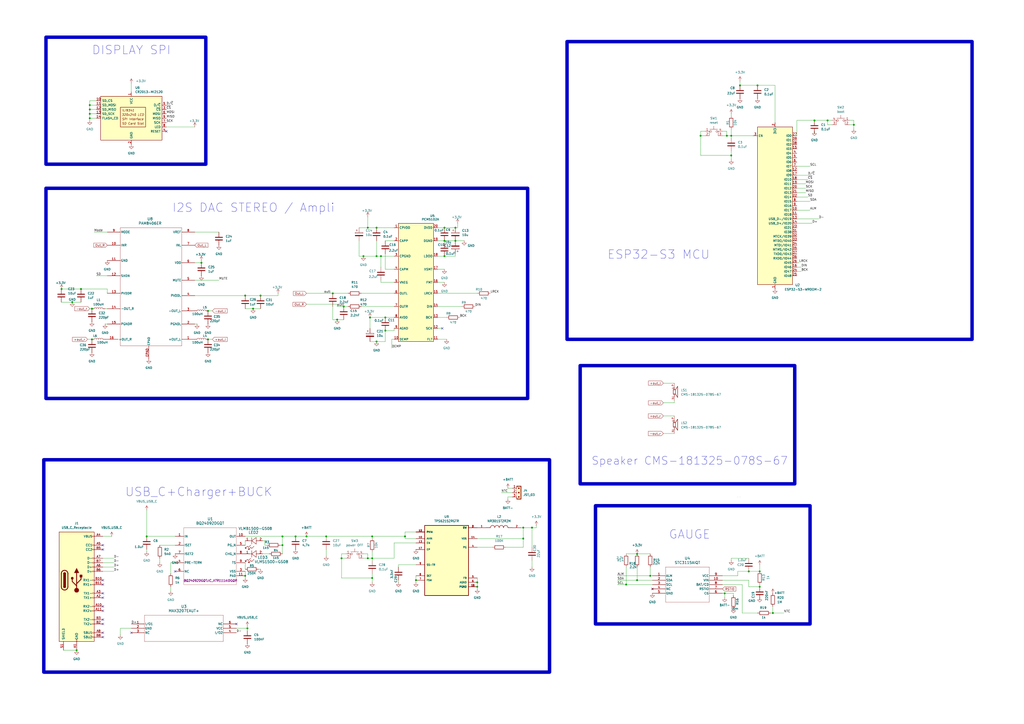
<source format=kicad_sch>
(kicad_sch (version 20231120) (generator "eeschema") (generator_version "8.0")
  (paper "A2")
  (lib_symbols
    (symbol "Audio:PCM5102A"
      (property "Reference" "U5" (at 8.128 38.608 0))
      (property "Value" "PCM5102A" (at 3.302 36.576 0))
      (symbol "PCM5102A_1_1"
        (pin passive line (at -12.7 31.75 0) (length 2.54) (name "CPVDD") (number "1"))
        (pin input line (at -12.7 -33.02 0) (length 2.54) (name "DEMP") (number "10"))
        (pin input line (at 12.7 -33.02 180) (length 2.54) (name "FLT") (number "11"))
        (pin input line (at 12.7 -26.67 180) (length 2.54) (name "SCK") (number "12"))
        (pin input line (at 12.7 -20.32 180) (length 2.54) (name "BCK") (number "13"))
        (pin input line (at 12.7 -13.97 180) (length 2.54) (name "DIN") (number "14"))
        (pin input line (at 12.7 -6.35 180) (length 2.54) (name "LRCK") (number "15"))
        (pin input line (at 12.7 0 180) (length 2.54) (name "FMT") (number "16"))
        (pin input line (at 12.7 7.62 180) (length 2.54) (name "XSMT") (number "17"))
        (pin passive line (at 12.7 15.24 180) (length 2.54) (name "LDOO") (number "18"))
        (pin power_in line (at 12.7 24.13 180) (length 2.54) (name "DGND") (number "19"))
        (pin passive line (at -12.7 24.13 0) (length 2.54) (name "CAPP") (number "2"))
        (pin power_in line (at 12.7 31.75 180) (length 2.54) (name "DVDD") (number "20"))
        (pin power_in line (at -12.7 15.24 0) (length 2.54) (name "CPGND") (number "3"))
        (pin passive line (at -12.7 7.62 0) (length 2.54) (name "CAPM") (number "4"))
        (pin passive line (at -12.7 0 0) (length 2.54) (name "VNEG") (number "5"))
        (pin output line (at -12.7 -6.35 0) (length 2.54) (name "OUTL") (number "6"))
        (pin output line (at -12.7 -13.97 0) (length 2.54) (name "OUTR") (number "7"))
        (pin power_in line (at -12.7 -20.32 0) (length 2.54) (name "AVDD") (number "8"))
        (pin power_in line (at -12.7 -26.67 0) (length 2.54) (name "AGND") (number "9"))
      )
    )
    (symbol "BQ24092:BQ24092DGQT" (pin_names (offset 0.254))
      (property "Reference" "U" (at 0 2.54 0))
      (property "Value" "BQ24092DGQT" (at 0 0 0))
      (symbol "BQ24092DGQT_0_1"
        (pin power_in line (at -20.32 10.16 0) (length 5.08) (name "IN") (number "1"))
        (pin power_in line (at 20.32 10.16 180) (length 5.08) (name "OUT") (number "10"))
        (pin power_in line (at 20.32 -12.7 180) (length 5.08) (name "PAD") (number "11"))
        (pin input line (at -20.32 5.08 0) (length 5.08) (name "ISET") (number "2"))
        (pin power_in line (at 20.32 -10.16 180) (length 5.08) (name "VSS") (number "3"))
        (pin input line (at -20.32 -5.08 0) (length 5.08) (name "PRE-TERM") (number "4"))
        (pin tri_state line (at 20.32 5.08 180) (length 5.08) (name "PG_N") (number "5"))
        (pin unspecified line (at -20.32 -10.16 0) (length 5.08) (name "NC") (number "6"))
        (pin input line (at -20.32 0 0) (length 5.08) (name "ISET2") (number "7"))
        (pin tri_state line (at 20.32 0 180) (length 5.08) (name "CHG_N") (number "8"))
        (pin input line (at 20.32 -5.08 180) (length 5.08) (name "TS") (number "9"))
      )
    )
    (symbol "CMS-181325-078S-67:CMS-181325-078S-67" (pin_names (offset 1.016))
      (property "Reference" "LS" (at -3.8184 8.9095 0))
      (property "Value" "CMS-181325-078S-67" (at -3.8232 -11.4697 0))
      (symbol "CMS-181325-078S-67_0_0"
        (text "+" (at -1.916 1.2773 0) (effects (font (size 1.7883 1.7883)) (justify left bottom)))
        (text "-" (at -1.9213 -3.8181 0) (effects (font (size 1.7932 1.7932)) (justify left bottom)))
        (pin passive line (at 0 -5.08 90) (length 2.54) (name "~") (number "N"))
        (pin passive line (at 0 5.08 270) (length 2.54) (name "~") (number "P"))
      )
    )
    (symbol "Connector:USB_C_Receptacle" (pin_names (offset 1.016))
      (property "Reference" "J" (at -10.16 29.21 0))
      (property "Value" "USB_C_Receptacle" (at 10.16 29.21 0))
      (symbol "USB_C_Receptacle_1_1"
        (pin passive line (at 0 -40.64 90) (length 5.08) (name "GND") (number "A1"))
        (pin bidirectional line (at 15.24 -15.24 180) (length 5.08) (name "RX2-") (number "A10"))
        (pin bidirectional line (at 15.24 -17.78 180) (length 5.08) (name "RX2+") (number "A11"))
        (pin passive line (at 0 -40.64 90) (length 5.08) hide (name "GND") (number "A12"))
        (pin bidirectional line (at 15.24 -10.16 180) (length 5.08) (name "TX1+") (number "A2"))
        (pin bidirectional line (at 15.24 -7.62 180) (length 5.08) (name "TX1-") (number "A3"))
        (pin passive line (at 15.24 25.4 180) (length 5.08) (name "VBUS") (number "A4"))
        (pin bidirectional line (at 15.24 20.32 180) (length 5.08) (name "CC1") (number "A5"))
        (pin bidirectional line (at 15.24 7.62 180) (length 5.08) (name "D+") (number "A6"))
        (pin bidirectional line (at 15.24 12.7 180) (length 5.08) (name "D-") (number "A7"))
        (pin bidirectional line (at 15.24 -30.48 180) (length 5.08) (name "SBU1") (number "A8"))
        (pin passive line (at 15.24 25.4 180) (length 5.08) hide (name "VBUS") (number "A9"))
        (pin passive line (at 0 -40.64 90) (length 5.08) hide (name "GND") (number "B1"))
        (pin bidirectional line (at 15.24 0 180) (length 5.08) (name "RX1-") (number "B10"))
        (pin bidirectional line (at 15.24 -2.54 180) (length 5.08) (name "RX1+") (number "B11"))
        (pin passive line (at 0 -40.64 90) (length 5.08) hide (name "GND") (number "B12"))
        (pin bidirectional line (at 15.24 -25.4 180) (length 5.08) (name "TX2+") (number "B2"))
        (pin bidirectional line (at 15.24 -22.86 180) (length 5.08) (name "TX2-") (number "B3"))
        (pin passive line (at 15.24 25.4 180) (length 5.08) hide (name "VBUS") (number "B4"))
        (pin bidirectional line (at 15.24 17.78 180) (length 5.08) (name "CC2") (number "B5"))
        (pin bidirectional line (at 15.24 5.08 180) (length 5.08) (name "D+") (number "B6"))
        (pin bidirectional line (at 15.24 10.16 180) (length 5.08) (name "D-") (number "B7"))
        (pin bidirectional line (at 15.24 -33.02 180) (length 5.08) (name "SBU2") (number "B8"))
        (pin passive line (at 15.24 25.4 180) (length 5.08) hide (name "VBUS") (number "B9"))
        (pin passive line (at -7.62 -40.64 90) (length 5.08) (name "SHIELD") (number "S1"))
      )
    )
    (symbol "Device:C" (pin_numbers hide) (pin_names (offset 0.254))
      (property "Reference" "C" (at 0.635 2.54 0))
      (property "Value" "C" (at 0.635 -2.54 0))
      (symbol "C_1_1"
        (pin passive line (at 0 3.81 270) (length 2.794) (name "~") (number "1"))
        (pin passive line (at 0 -3.81 90) (length 2.794) (name "~") (number "2"))
      )
    )
    (symbol "Device:C_Polarized" (pin_numbers hide) (pin_names (offset 0.254))
      (property "Reference" "C" (at 0.635 2.54 0))
      (property "Value" "C_Polarized" (at 0.635 -2.54 0))
      (symbol "C_Polarized_1_1"
        (pin passive line (at 0 3.81 270) (length 2.794) (name "~") (number "1"))
        (pin passive line (at 0 -3.81 90) (length 2.794) (name "~") (number "2"))
      )
    )
    (symbol "Device:L" (pin_numbers hide) (pin_names (offset 1.016) hide)
      (property "Reference" "L" (at -1.27 0 90))
      (property "Value" "L" (at 1.905 0 90))
      (symbol "L_1_1"
        (pin passive line (at 0 3.81 270) (length 1.27) (name "1") (number "1"))
        (pin passive line (at 0 -3.81 90) (length 1.27) (name "2") (number "2"))
      )
    )
    (symbol "Device:R" (pin_numbers hide) (pin_names (offset 0))
      (property "Reference" "R" (at 2.032 0 90))
      (property "Value" "R" (at 0 0 90))
      (symbol "R_1_1"
        (pin passive line (at 0 3.81 270) (length 1.27) (name "~") (number "1"))
        (pin passive line (at 0 -3.81 90) (length 1.27) (name "~") (number "2"))
      )
    )
    (symbol "Driver_Display:CR2013-MI2120" (pin_names (offset 0.762))
      (property "Reference" "U" (at -17.526 13.97 0))
      (property "Value" "CR2013-MI2120" (at 1.905 13.97 0))
      (symbol "CR2013-MI2120_0_0"
        (text "320x240 LCD" (at 0.889 2.032 0) (effects (font (size 1.27 1.27) (italic yes))))
        (text "ILI9341" (at -5.461 4.572 0) (effects (font (size 1.27 1.27) (italic yes)) (justify left)))
        (text "SD Card Slot" (at -5.461 -3.048 0) (effects (font (size 1.27 1.27) (italic yes)) (justify left)))
        (text "SPI Interface" (at -5.461 -0.508 0) (effects (font (size 1.27 1.27) (italic yes)) (justify left)))
      )
      (symbol "CR2013-MI2120_1_1"
        (pin power_in line (at 0 15.24 270) (length 2.54) (name "VCC") (number "1"))
        (pin input line (at -20.32 10.16 0) (length 2.54) (name "SD_CS") (number "10"))
        (pin input line (at -20.32 7.62 0) (length 2.54) (name "SD_MOSI") (number "11"))
        (pin output line (at -20.32 5.08 0) (length 2.54) (name "SD_MISO") (number "12"))
        (pin input line (at -20.32 2.54 0) (length 2.54) (name "SD_SCK") (number "13"))
        (pin input line (at -20.32 0 0) (length 2.54) (name "FLASH_CD") (number "14"))
        (pin power_in line (at 0 -15.24 90) (length 2.54) (name "GND") (number "2"))
        (pin input line (at 20.32 5.08 180) (length 2.54) (name "~{CS}") (number "3"))
        (pin input line (at 20.32 -7.62 180) (length 2.54) (name "RESET") (number "4"))
        (pin input line (at 20.32 7.62 180) (length 2.54) (name "D/~{C}") (number "5"))
        (pin input line (at 20.32 2.54 180) (length 2.54) (name "MOSI") (number "6"))
        (pin input line (at 20.32 -2.54 180) (length 2.54) (name "SCK") (number "7"))
        (pin input line (at 20.32 -5.08 180) (length 2.54) (name "LED") (number "8"))
        (pin output line (at 20.32 0 180) (length 2.54) (name "MISO") (number "9"))
      )
    )
    (symbol "MAX3207E:MAX3207EAUT+" (pin_names (offset 0.254))
      (property "Reference" "U" (at 30.48 10.16 0))
      (property "Value" "MAX3207EAUT+" (at 30.48 7.62 0))
      (symbol "MAX3207EAUT+_0_1"
        (pin unspecified line (at 0 0 0) (length 7.62) (name "I/O1") (number "1"))
        (pin power_in line (at 0 -2.54 0) (length 7.62) (name "GND") (number "2"))
        (pin unspecified line (at 0 -5.08 0) (length 7.62) (name "NC") (number "3"))
        (pin unspecified line (at 60.96 -5.08 180) (length 7.62) (name "I/O2") (number "4"))
        (pin power_in line (at 60.96 -2.54 180) (length 7.62) (name "VCC") (number "5"))
        (pin unspecified line (at 60.96 0 180) (length 7.62) (name "NC") (number "6"))
      )
    )
    (symbol "NR3015T2R2M:NR3015T2R2M" (pin_names (offset 1.016))
      (property "Reference" "L" (at -10.16 7.62 0))
      (property "Value" "NR3015T2R2M" (at -10.16 5.08 0))
      (symbol "NR3015T2R2M_0_0"
        (pin passive line (at -12.7 0 0) (length 5.08) (name "~") (number "1"))
        (pin passive line (at 12.7 0 180) (length 5.08) (name "~") (number "2"))
      )
    )
    (symbol "PCM_SL_Connectors:JST_03"
      (property "Reference" "J" (at 0 8.89 0))
      (property "Value" "JST_03" (at 0 6.35 0))
      (symbol "JST_03_1_1"
        (pin passive line (at -3.81 2.54 0) (length 2.54) (name "") (number "1"))
        (pin passive line (at -3.81 0 0) (length 2.54) (name "") (number "2"))
        (pin passive line (at -3.81 -2.54 0) (length 2.54) (name "") (number "3"))
      )
    )
    (symbol "RF_Module:ESP32-S3-WROOM-2"
      (property "Reference" "U" (at -10.16 45.72 0))
      (property "Value" "ESP32-S3-WROOM-2" (at 2.54 45.72 0))
      (symbol "ESP32-S3-WROOM-2_1_1"
        (pin power_in line (at 0 -48.26 90) (length 2.54) (name "GND") (number "1"))
        (pin bidirectional line (at 12.7 -2.54 180) (length 2.54) (name "IO17") (number "10"))
        (pin bidirectional line (at 12.7 -5.08 180) (length 2.54) (name "IO18") (number "11"))
        (pin bidirectional line (at 12.7 20.32 180) (length 2.54) (name "IO8") (number "12"))
        (pin bidirectional line (at 12.7 -7.62 180) (length 2.54) (name "USB_D-/IO19") (number "13"))
        (pin bidirectional line (at 12.7 -10.16 180) (length 2.54) (name "USB_D+/IO20") (number "14"))
        (pin bidirectional line (at 12.7 33.02 180) (length 2.54) (name "IO3") (number "15"))
        (pin bidirectional line (at 12.7 -35.56 180) (length 2.54) (name "IO46") (number "16"))
        (pin bidirectional line (at 12.7 17.78 180) (length 2.54) (name "IO9") (number "17"))
        (pin bidirectional line (at 12.7 15.24 180) (length 2.54) (name "IO10") (number "18"))
        (pin bidirectional line (at 12.7 12.7 180) (length 2.54) (name "IO11") (number "19"))
        (pin power_in line (at 0 48.26 270) (length 2.54) (name "3V3") (number "2"))
        (pin bidirectional line (at 12.7 10.16 180) (length 2.54) (name "IO12") (number "20"))
        (pin bidirectional line (at 12.7 7.62 180) (length 2.54) (name "IO13") (number "21"))
        (pin bidirectional line (at 12.7 5.08 180) (length 2.54) (name "IO14") (number "22"))
        (pin bidirectional line (at 12.7 -12.7 180) (length 2.54) (name "IO21") (number "23"))
        (pin bidirectional line (at 12.7 -38.1 180) (length 2.54) (name "IO47") (number "24"))
        (pin bidirectional line (at 12.7 -40.64 180) (length 2.54) (name "IO48") (number "25"))
        (pin bidirectional line (at 12.7 -33.02 180) (length 2.54) (name "IO45") (number "26"))
        (pin bidirectional line (at 12.7 40.64 180) (length 2.54) (name "IO0") (number "27"))
        (pin no_connect line (at -10.16 -35.56 0) (length 2.54) hide (name "NC") (number "28"))
        (pin no_connect line (at -10.16 -38.1 0) (length 2.54) hide (name "NC") (number "29"))
        (pin input line (at -12.7 40.64 0) (length 2.54) (name "EN") (number "3"))
        (pin no_connect line (at -10.16 -40.64 0) (length 2.54) hide (name "NC") (number "30"))
        (pin bidirectional line (at 12.7 -15.24 180) (length 2.54) (name "IO38") (number "31"))
        (pin bidirectional line (at 12.7 -17.78 180) (length 2.54) (name "MTCK/IO39") (number "32"))
        (pin bidirectional line (at 12.7 -20.32 180) (length 2.54) (name "MTDO/IO40") (number "33"))
        (pin bidirectional line (at 12.7 -22.86 180) (length 2.54) (name "MTDI/IO41") (number "34"))
        (pin bidirectional line (at 12.7 -25.4 180) (length 2.54) (name "MTMS/IO42") (number "35"))
        (pin bidirectional line (at 12.7 -30.48 180) (length 2.54) (name "RXD0/IO44") (number "36"))
        (pin bidirectional line (at 12.7 -27.94 180) (length 2.54) (name "TXD0/IO43") (number "37"))
        (pin bidirectional line (at 12.7 35.56 180) (length 2.54) (name "IO2") (number "38"))
        (pin bidirectional line (at 12.7 38.1 180) (length 2.54) (name "IO1") (number "39"))
        (pin bidirectional line (at 12.7 30.48 180) (length 2.54) (name "IO4") (number "4"))
        (pin passive line (at 0 -48.26 90) (length 2.54) hide (name "GND") (number "40"))
        (pin passive line (at 0 -48.26 90) (length 2.54) hide (name "GND") (number "41"))
        (pin bidirectional line (at 12.7 27.94 180) (length 2.54) (name "IO5") (number "5"))
        (pin bidirectional line (at 12.7 25.4 180) (length 2.54) (name "IO6") (number "6"))
        (pin bidirectional line (at 12.7 22.86 180) (length 2.54) (name "IO7") (number "7"))
        (pin bidirectional line (at 12.7 2.54 180) (length 2.54) (name "IO15") (number "8"))
        (pin bidirectional line (at 12.7 0 180) (length 2.54) (name "IO16") (number "9"))
      )
    )
    (symbol "STC3115AIQT:STC3115AIQT" (pin_names (offset 0.254))
      (property "Reference" "U4" (at 20.32 10.16 0))
      (property "Value" "STC3115AIQT" (at 20.32 7.62 0))
      (symbol "STC3115AIQT_1_1"
        (pin bidirectional line (at 0 0 0) (length 7.62) (name "ALM") (number "1"))
        (pin input line (at 40.64 -2.54 180) (length 7.62) (name "VIN") (number "10"))
        (pin bidirectional line (at 0 -2.54 0) (length 7.62) (name "SDA") (number "2"))
        (pin input line (at 0 -5.08 0) (length 7.62) (name "SCL") (number "3"))
        (pin no_connect line (at 0 -7.62 0) (length 7.62) (name "NC") (number "4"))
        (pin power_in line (at 0 -10.16 0) (length 7.62) (name "GND") (number "5"))
        (pin input line (at 40.64 -10.16 180) (length 7.62) (name "CG") (number "6"))
        (pin bidirectional line (at 40.64 -7.62 180) (length 7.62) (name "RSTIO") (number "7"))
        (pin bidirectional line (at 40.64 -5.08 180) (length 7.62) (name "BAT/CD") (number "8"))
        (pin power_in line (at 40.64 0 180) (length 7.62) (name "VCC") (number "9"))
      )
    )
    (symbol "Switch:SW_MEC_5E" (pin_names (offset 1.016) hide)
      (property "Reference" "SW" (at 0.635 5.715 0))
      (property "Value" "SW_MEC_5E" (at 0 -3.175 0))
      (symbol "SW_MEC_5E_0_1"
        (pin passive line (at -5.08 2.54 0) (length 2.54) (name "1") (number "1"))
        (pin passive line (at -5.08 0 0) (length 2.54) (name "2") (number "2"))
        (pin passive line (at 5.08 0 180) (length 2.54) (name "K") (number "3"))
        (pin passive line (at 5.08 2.54 180) (length 2.54) (name "A") (number "4"))
      )
    )
    (symbol "TPS62152:TPS62152RGTR" (pin_names (offset 1.016))
      (property "Reference" "U" (at -12.7 21.32 0))
      (property "Value" "TPS62152RGTR" (at -12.7 -24.32 0))
      (symbol "TPS62152RGTR_0_0"
        (pin output line (at 17.78 19.05 180) (length 5.08) (name "SW") (number "1"))
        (pin input line (at -17.78 12.7 0) (length 5.08) (name "AVIN") (number "10"))
        (pin input line (at -17.78 16.51 0) (length 5.08) (name "PVIN") (number "11"))
        (pin input line (at -17.78 16.51 0) (length 5.08) (name "PVIN") (number "12"))
        (pin input line (at -17.78 10.16 0) (length 5.08) (name "EN") (number "13"))
        (pin input line (at 17.78 12.7 180) (length 5.08) (name "VOS") (number "14"))
        (pin power_in line (at 17.78 -15.24 180) (length 5.08) (name "PGND") (number "15"))
        (pin power_in line (at 17.78 -15.24 180) (length 5.08) (name "PGND") (number "16"))
        (pin power_in line (at -17.78 6.35 0) (length 5.08) (name "EP") (number "17"))
        (pin output line (at 17.78 19.05 180) (length 5.08) (name "SW") (number "2"))
        (pin output line (at 17.78 19.05 180) (length 5.08) (name "SW") (number "3"))
        (pin output line (at 17.78 7.62 180) (length 5.08) (name "PG") (number "4"))
        (pin input line (at 17.78 -10.16 180) (length 5.08) (name "FB") (number "5"))
        (pin power_in line (at 17.78 -12.7 180) (length 5.08) (name "AGND") (number "6"))
        (pin input line (at -17.78 -11.43 0) (length 5.08) (name "FSW") (number "7"))
        (pin input line (at -17.78 -8.89 0) (length 5.08) (name "DEF") (number "8"))
        (pin input line (at -17.78 -2.54 0) (length 5.08) (name "SS-TR") (number "9"))
      )
    )
    (symbol "VLMB1500-GS08:VLMB1500-GS08" (pin_names (offset 0.254))
      (property "Reference" "LED" (at 5.08 -4.445 0))
      (property "Value" "VLMB1500-GS08" (at 5.08 -7.62 0))
      (symbol "VLMB1500-GS08_1_1"
        (pin unspecified line (at 10.16 0 180) (length 2.54) (name "") (number "1"))
        (pin unspecified line (at 0 0 0) (length 2.54) (name "") (number "2"))
      )
    )
    (symbol "VLMS1500-GS08:VLMS1500-GS08" (pin_names (offset 0.254))
      (property "Reference" "LED" (at 5.08 -4.445 0))
      (property "Value" "VLMS1500-GS08" (at 5.08 -7.62 0))
      (symbol "VLMS1500-GS08_1_1"
        (pin unspecified line (at 10.16 0 180) (length 2.54) (name "") (number "1"))
        (pin unspecified line (at 0 0 0) (length 2.54) (name "") (number "2"))
      )
    )
    (symbol "pam8406:PAM8406ER" (pin_names (offset 0.254))
      (property "Reference" "U" (at 25.4 10.16 0))
      (property "Value" "PAM8406ER" (at 25.4 7.62 0))
      (symbol "PAM8406ER_0_1"
        (pin unspecified line (at 50.8 -59.69 180) (length 7.62) (name "+OUT_L") (number "1"))
        (pin unspecified line (at 0 -5.08 0) (length 7.62) (name "INR") (number "10"))
        (pin unspecified line (at 0 -13.97 0) (length 7.62) (name "GND") (number "11"))
        (pin unspecified line (at 0 -22.86 0) (length 7.62) (name "SHDN") (number "12"))
        (pin unspecified line (at 0 -33.02 0) (length 7.62) (name "PVDDR") (number "13"))
        (pin unspecified line (at 0 -41.91 0) (length 7.62) (name "-OUT_R") (number "14"))
        (pin unspecified line (at 0 -50.8 0) (length 7.62) (name "PGNDR") (number "15"))
        (pin unspecified line (at -1.27 -59.69 0) (length 7.62) (name "+OUT_R") (number "16"))
        (pin unspecified line (at 50.8 -50.8 180) (length 7.62) (name "PGNDL") (number "2"))
        (pin unspecified line (at 50.8 -43.18 180) (length 7.62) (name "-OUT_L") (number "3"))
        (pin unspecified line (at 50.8 -34.29 180) (length 7.62) (name "PVDDL") (number "4"))
        (pin unspecified line (at 50.8 -25.4 180) (length 7.62) (name "MUTE") (number "5"))
        (pin unspecified line (at 50.8 -15.24 180) (length 7.62) (name "VDD") (number "6"))
        (pin unspecified line (at 50.8 -5.08 180) (length 7.62) (name "INL") (number "7"))
        (pin unspecified line (at 50.8 2.54 180) (length 7.62) (name "VREF") (number "8"))
        (pin unspecified line (at 0 2.54 0) (length 7.62) (name "MODE") (number "9"))
        (pin unspecified line (at 24.13 -71.12 90) (length 7.62) (name "EPAD") (number "EPAD"))
      )
    )
    (symbol "power:+3.3V" (power) (pin_numbers hide) (pin_names (offset 0) hide)
      (property "Value" "+3.3V" (at 0 3.556 0))
      (symbol "+3.3V_1_1"
        (pin power_in line (at 0 0 90) (length 0) (name "~") (number "1"))
      )
    )
    (symbol "power:+3V3" (power) (pin_numbers hide) (pin_names (offset 0) hide)
      (property "Value" "+3V3" (at 0 3.556 0))
      (symbol "+3V3_1_1"
        (pin power_in line (at 0 0 90) (length 0) (name "~") (number "1"))
      )
    )
    (symbol "power:+BATT" (power) (pin_numbers hide) (pin_names (offset 0) hide)
      (property "Value" "+BATT" (at 0 3.556 0))
      (symbol "+BATT_1_1"
        (pin power_in line (at 0 0 90) (length 0) (name "~") (number "1"))
      )
    )
    (symbol "power:GND" (power) (pin_numbers hide) (pin_names (offset 0) hide)
      (property "Value" "GND" (at 0 -3.81 0))
      (symbol "GND_1_1"
        (pin power_in line (at 0 0 270) (length 0) (name "~") (number "1"))
      )
    )
  )
  (junction (at 198.12 323.85))
  (junction (at 199.39 177.8))
  (junction (at 35.702 167.64))
  (junction (at 143.51 364.49))
  (junction (at 85.09 311.15))
  (junction (at 189.23 311.15))
  (junction (at 420.37 344.17))
  (junction (at 257.81 132.08))
  (junction (at 218.44 132.08))
  (junction (at 421.64 78.74))
  (junction (at 434.34 331.47))
  (junction (at 241.3 336.55))
  (junction (at 177.8 311.15))
  (junction (at 448.31 355.6))
  (junction (at 171.45 311.15))
  (junction (at 215.9 311.15))
  (junction (at 214.63 184.15))
  (junction (at 303.53 306.07))
  (junction (at 440.69 340.36))
  (junction (at 218.44 198.12))
  (junction (at 223.52 191.77))
  (junction (at 377.19 334.01))
  (junction (at 429.26 49.53))
  (junction (at 369.57 321.31))
  (junction (at 223.52 184.15))
  (junction (at 120.65 196.85))
  (junction (at 424.18 78.74))
  (junction (at 116.84 152.4))
  (junction (at 163.83 316.23))
  (junction (at 424.18 90.17))
  (junction (at 257.81 139.7))
  (junction (at 41.91 175.26))
  (junction (at 53.34 179.07))
  (junction (at 210.82 148.59))
  (junction (at 213.36 132.08))
  (junction (at 215.9 335.28))
  (junction (at 234.95 311.15))
  (junction (at 52.07 68.58))
  (junction (at 146.8189 179.07))
  (junction (at 193.04 170.18))
  (junction (at 369.57 336.55))
  (junction (at 52.07 66.04))
  (junction (at 220.98 148.59))
  (junction (at 363.22 339.09))
  (junction (at 264.16 132.08))
  (junction (at 276.86 337.82))
  (junction (at 215.9 323.85))
  (junction (at 44.45 377.19))
  (junction (at 218.44 148.59))
  (junction (at 472.44 69.85))
  (junction (at 257.81 148.59))
  (junction (at 213.36 323.85))
  (junction (at 276.86 340.36))
  (junction (at 142.24 171.45))
  (junction (at 308.61 306.07))
  (junction (at 163.83 311.15))
  (junction (at 52.07 63.5))
  (junction (at 480.06 69.85))
  (junction (at 495.3 72.39))
  (junction (at 439.42 49.53))
  (junction (at 440.69 331.47))
  (junction (at 46.99 167.64))
  (junction (at 195.58 185.42))
  (junction (at 142.24 334.01))
  (junction (at 151.13 171.45))
  (junction (at 406.4 78.74))
  (junction (at 303.53 312.42))
  (junction (at 52.07 60.96))
  (junction (at 53.34 196.85))
  (junction (at 264.16 139.7))
  (junction (at 120.65 180.34))
  (no_connect (at 59.69 339.09))
  (no_connect (at 96.52 76.2))
  (no_connect (at 59.69 318.77))
  (no_connect (at 137.16 361.95))
  (no_connect (at 59.69 346.71))
  (no_connect (at 76.2 367.03))
  (no_connect (at 378.46 341.63))
  (no_connect (at 256.54 190.5))
  (no_connect (at 59.69 336.55))
  (no_connect (at 59.69 344.17))
  (no_connect (at 101.6 331.47))
  (no_connect (at 59.69 359.41))
  (no_connect (at 59.69 367.03))
  (no_connect (at 59.69 351.79))
  (no_connect (at 59.69 369.57))
  (no_connect (at 59.69 316.23))
  (no_connect (at 59.69 361.95))
  (no_connect (at 59.69 354.33))
  (wire (pts (xy 424.18 87.63) (xy 424.18 90.17)))
  (wire (pts (xy 467.36 109.22) (xy 462.28 109.22)))
  (wire (pts (xy 142.24 330.2) (xy 142.24 326.39)))
  (wire (pts (xy 384.81 241.3) (xy 391.16 241.3)))
  (wire (pts (xy 495.3 69.85) (xy 495.3 72.39)))
  (wire (pts (xy 254 148.59) (xy 257.81 148.59)))
  (wire (pts (xy 391.16 232.41) (xy 391.16 233.68)))
  (wire (pts (xy 213.36 323.85) (xy 215.9 323.85)))
  (wire (pts (xy 143.51 364.49) (xy 143.51 365.76)))
  (wire (pts (xy 363.22 328.93) (xy 363.22 339.09)))
  (wire (pts (xy 259.08 196.85) (xy 254 196.85)))
  (wire (pts (xy 210.82 321.31) (xy 213.36 321.31)))
  (wire (pts (xy 424.18 90.17) (xy 424.18 92.71)))
  (wire (pts (xy 257.81 148.59) (xy 264.16 148.59)))
  (wire (pts (xy 153.67 316.23) (xy 154.94 316.23)))
  (wire (pts (xy 163.83 316.23) (xy 163.83 311.15)))
  (wire (pts (xy 195.58 185.42) (xy 199.39 185.42)))
  (wire (pts (xy 419.1 334.01) (xy 427.99 334.01)))
  (wire (pts (xy 198.12 323.85) (xy 200.66 323.85)))
  (wire (pts (xy 142.24 334.01) (xy 142.24 331.47)))
  (wire (pts (xy 52.07 66.04) (xy 55.88 66.04)))
  (wire (pts (xy 60.96 179.07) (xy 62.23 179.07)))
  (wire (pts (xy 231.14 336.55) (xy 231.14 337.82)))
  (wire (pts (xy 303.53 312.42) (xy 303.53 317.5)))
  (wire (pts (xy 92.71 323.85) (xy 92.71 326.39)))
  (wire (pts (xy 419.1 78.74) (xy 421.64 78.74)))
  (wire (pts (xy 254 177.8) (xy 267.97 177.8)))
  (wire (pts (xy 189.23 318.77) (xy 189.23 322.58)))
  (wire (pts (xy 210.82 323.85) (xy 213.36 323.85)))
  (wire (pts (xy 52.07 60.96) (xy 52.07 63.5)))
  (wire (pts (xy 468.63 101.6) (xy 462.28 101.6)))
  (wire (pts (xy 59.69 326.39) (xy 66.04 326.39)))
  (wire (pts (xy 419.1 336.55) (xy 434.34 336.55)))
  (wire (pts (xy 227.33 196.85) (xy 228.6 196.85)))
  (wire (pts (xy 193.04 177.8) (xy 193.04 185.42)))
  (wire (pts (xy 228.6 314.96) (xy 228.6 323.85)))
  (wire (pts (xy 440.69 327.66) (xy 440.69 331.47)))
  (wire (pts (xy 99.06 326.39) (xy 101.6 326.39)))
  (wire (pts (xy 421.64 78.74) (xy 424.18 78.74)))
  (wire (pts (xy 434.34 336.55) (xy 434.34 340.36)))
  (wire (pts (xy 377.19 334.01) (xy 378.46 334.01)))
  (wire (pts (xy 241.3 336.55) (xy 241.3 337.82)))
  (wire (pts (xy 369.57 328.93) (xy 369.57 336.55)))
  (wire (pts (xy 440.69 340.36) (xy 440.69 339.09)))
  (wire (pts (xy 69.85 364.49) (xy 69.85 368.3)))
  (wire (pts (xy 430.53 355.6) (xy 439.42 355.6)))
  (wire (pts (xy 420.37 346.71) (xy 420.37 344.17)))
  (wire (pts (xy 177.8 170.18) (xy 193.04 170.18)))
  (wire (pts (xy 50.8 196.85) (xy 53.34 196.85)))
  (wire (pts (xy 241.3 334.01) (xy 241.3 336.55)))
  (wire (pts (xy 471.17 129.54) (xy 462.28 129.54)))
  (wire (pts (xy 213.36 132.08) (xy 218.44 132.08)))
  (wire (pts (xy 265.43 132.08) (xy 265.43 129.54)))
  (wire (pts (xy 308.61 306.07) (xy 311.15 306.07)))
  (wire (pts (xy 46.99 175.26) (xy 41.91 175.26)))
  (wire (pts (xy 308.61 306.07) (xy 308.61 317.5)))
  (wire (pts (xy 467.36 106.68) (xy 462.28 106.68)))
  (wire (pts (xy 123.19 180.34) (xy 120.65 180.34)))
  (wire (pts (xy 276.86 317.5) (xy 285.75 317.5)))
  (wire (pts (xy 290.83 285.75) (xy 297.18 285.75)))
  (wire (pts (xy 198.12 323.85) (xy 198.12 335.28)))
  (wire (pts (xy 294.64 283.21) (xy 297.18 283.21)))
  (wire (pts (xy 142.24 335.28) (xy 142.24 334.01)))
  (wire (pts (xy 480.06 69.85) (xy 482.6 69.85)))
  (wire (pts (xy 35.702 167.64) (xy 46.99 167.64)))
  (wire (pts (xy 421.64 76.2) (xy 421.64 78.74)))
  (wire (pts (xy 218.44 132.08) (xy 228.6 132.08)))
  (wire (pts (xy 213.36 321.31) (xy 213.36 323.85)))
  (wire (pts (xy 482.6 72.39) (xy 480.06 72.39)))
  (wire (pts (xy 377.19 328.93) (xy 377.19 334.01)))
  (wire (pts (xy 492.76 69.85) (xy 495.3 69.85)))
  (wire (pts (xy 210.82 148.59) (xy 218.44 148.59)))
  (wire (pts (xy 427.99 331.47) (xy 434.34 331.47)))
  (wire (pts (xy 228.6 156.21) (xy 223.52 156.21)))
  (wire (pts (xy 215.9 335.28) (xy 215.9 337.82)))
  (wire (pts (xy 439.42 49.53) (xy 449.58 49.53)))
  (wire (pts (xy 163.83 311.15) (xy 171.45 311.15)))
  (wire (pts (xy 177.8 311.15) (xy 189.23 311.15)))
  (wire (pts (xy 358.14 336.55) (xy 369.57 336.55)))
  (wire (pts (xy 142.24 311.15) (xy 163.83 311.15)))
  (wire (pts (xy 189.23 311.15) (xy 215.9 311.15)))
  (wire (pts (xy 198.12 321.31) (xy 198.12 323.85)))
  (wire (pts (xy 161.29 171.45) (xy 161.29 170.18)))
  (wire (pts (xy 208.28 148.59) (xy 210.82 148.59)))
  (wire (pts (xy 199.39 177.8) (xy 201.93 177.8)))
  (wire (pts (xy 276.86 337.82) (xy 276.86 340.36)))
  (wire (pts (xy 302.26 306.07) (xy 303.53 306.07)))
  (wire (pts (xy 241.3 308.61) (xy 234.95 308.61)))
  (wire (pts (xy 462.28 152.4) (xy 463.55 152.4)))
  (wire (pts (xy 303.53 306.07) (xy 303.53 312.42)))
  (wire (pts (xy 293.37 317.5) (xy 303.53 317.5)))
  (wire (pts (xy 151.13 171.45) (xy 161.29 171.45)))
  (wire (pts (xy 195.58 176.53) (xy 195.58 177.8)))
  (wire (pts (xy 228.6 191.77) (xy 223.52 191.77)))
  (wire (pts (xy 419.1 339.09) (xy 430.53 339.09)))
  (wire (pts (xy 254 190.5) (xy 256.54 190.5)))
  (wire (pts (xy 424.18 80.01) (xy 424.18 78.74)))
  (wire (pts (xy 52.07 60.96) (xy 55.88 60.96)))
  (wire (pts (xy 85.09 311.15) (xy 101.6 311.15)))
  (wire (pts (xy 419.1 76.2) (xy 421.64 76.2)))
  (wire (pts (xy 425.45 345.44) (xy 425.45 344.17)))
  (wire (pts (xy 85.09 320.04) (xy 85.09 318.77)))
  (wire (pts (xy 228.6 314.96) (xy 241.3 314.96)))
  (wire (pts (xy 480.06 72.39) (xy 480.06 69.85)))
  (wire (pts (xy 156.21 321.31) (xy 152.4 321.31)))
  (wire (pts (xy 215.9 311.15) (xy 215.9 312.42)))
  (wire (pts (xy 469.9 96.52) (xy 462.28 96.52)))
  (wire (pts (xy 467.36 111.76) (xy 462.28 111.76)))
  (wire (pts (xy 425.45 344.17) (xy 420.37 344.17)))
  (wire (pts (xy 113.03 162.56) (xy 127 162.56)))
  (wire (pts (xy 52.07 68.58) (xy 55.88 68.58)))
  (wire (pts (xy 363.22 339.09) (xy 378.46 339.09)))
  (wire (pts (xy 54.61 134.62) (xy 62.23 134.62)))
  (wire (pts (xy 369.57 336.55) (xy 378.46 336.55)))
  (wire (pts (xy 214.63 198.12) (xy 218.44 198.12)))
  (wire (pts (xy 264.16 147.32) (xy 264.16 148.59)))
  (wire (pts (xy 462.28 157.48) (xy 464.82 157.48)))
  (wire (pts (xy 52.07 68.58) (xy 52.07 66.04)))
  (wire (pts (xy 424.18 66.04) (xy 424.18 67.31)))
  (wire (pts (xy 264.16 132.08) (xy 265.43 132.08)))
  (wire (pts (xy 99.06 342.9) (xy 99.06 340.36)))
  (wire (pts (xy 495.3 72.39) (xy 495.3 74.93)))
  (wire (pts (xy 234.95 308.61) (xy 234.95 311.15)))
  (wire (pts (xy 193.04 170.18) (xy 201.93 170.18)))
  (wire (pts (xy 214.63 190.5) (xy 214.63 184.15)))
  (wire (pts (xy 462.28 154.94) (xy 464.82 154.94)))
  (wire (pts (xy 215.9 320.04) (xy 215.9 323.85)))
  (wire (pts (xy 35.56 167.64) (xy 35.702 167.64)))
  (wire (pts (xy 69.85 364.49) (xy 76.2 364.49)))
  (wire (pts (xy 472.44 69.85) (xy 480.06 69.85)))
  (wire (pts (xy 228.6 190.5) (xy 228.6 191.77)))
  (wire (pts (xy 113.03 134.62) (xy 127 134.62)))
  (wire (pts (xy 228.6 323.85) (xy 215.9 323.85)))
  (wire (pts (xy 406.4 76.2) (xy 406.4 78.74)))
  (wire (pts (xy 474.98 127) (xy 462.28 127)))
  (wire (pts (xy 234.95 311.15) (xy 234.95 312.42)))
  (wire (pts (xy 153.67 313.69) (xy 152.4 313.69)))
  (wire (pts (xy 231.14 327.66) (xy 231.14 328.93)))
  (wire (pts (xy 429.26 46.99) (xy 429.26 49.53)))
  (wire (pts (xy 223.52 198.12) (xy 223.52 191.77)))
  (wire (pts (xy 142.24 171.45) (xy 151.13 171.45)))
  (wire (pts (xy 419.1 344.17) (xy 420.37 344.17)))
  (wire (pts (xy 254 184.15) (xy 259.08 184.15)))
  (wire (pts (xy 220.98 148.59) (xy 220.98 154.94)))
  (wire (pts (xy 177.8 176.53) (xy 195.58 176.53)))
  (wire (pts (xy 434.34 340.36) (xy 440.69 340.36)))
  (wire (pts (xy 257.81 139.7) (xy 264.16 139.7)))
  (wire (pts (xy 449.58 71.12) (xy 449.58 49.53)))
  (wire (pts (xy 434.34 331.47) (xy 440.69 331.47)))
  (wire (pts (xy 36.83 377.19) (xy 44.45 377.19)))
  (wire (pts (xy 209.55 170.18) (xy 228.6 170.18)))
  (wire (pts (xy 208.28 139.7) (xy 208.28 148.59)))
  (wire (pts (xy 113.03 152.4) (xy 116.84 152.4)))
  (wire (pts (xy 241.3 327.66) (xy 231.14 327.66)))
  (wire (pts (xy 177.8 311.15) (xy 171.45 311.15)))
  (wire (pts (xy 227.33 201.93) (xy 227.33 196.85)))
  (wire (pts (xy 215.9 311.15) (xy 234.95 311.15)))
  (wire (pts (xy 311.15 306.07) (xy 311.15 304.8)))
  (wire (pts (xy 162.56 316.23) (xy 163.83 316.23)))
  (wire (pts (xy 358.14 334.01) (xy 377.19 334.01)))
  (wire (pts (xy 113.03 171.45) (xy 142.24 171.45)))
  (wire (pts (xy 96.52 73.66) (xy 113.03 73.66)))
  (wire (pts (xy 391.16 222.25) (xy 384.81 222.25)))
  (wire (pts (xy 52.07 58.42) (xy 55.88 58.42)))
  (wire (pts (xy 408.94 76.2) (xy 406.4 76.2)))
  (wire (pts (xy 218.44 148.59) (xy 218.44 139.7)))
  (wire (pts (xy 92.71 316.23) (xy 101.6 316.23)))
  (wire (pts (xy 448.31 355.6) (xy 454.66 355.6)))
  (wire (pts (xy 214.63 184.15) (xy 223.52 184.15)))
  (wire (pts (xy 391.16 233.68) (xy 384.81 233.68)))
  (wire (pts (xy 448.31 351.79) (xy 448.31 355.6)))
  (wire (pts (xy 424.18 74.93) (xy 424.18 78.74)))
  (wire (pts (xy 143.51 363.22) (xy 143.51 364.49)))
  (wire (pts (xy 303.53 306.07) (xy 308.61 306.07)))
  (wire (pts (xy 257.81 132.08) (xy 264.16 132.08)))
  (wire (pts (xy 59.69 328.93) (xy 66.04 328.93)))
  (wire (pts (xy 76.2 48.26) (xy 76.2 53.34)))
  (wire (pts (xy 427.99 334.01) (xy 427.99 331.47)))
  (wire (pts (xy 469.9 121.92) (xy 462.28 121.92)))
  (wire (pts (xy 59.69 331.47) (xy 66.04 331.47)))
  (wire (pts (xy 264.16 139.7) (xy 269.24 139.7)))
  (wire (pts (xy 254 170.18) (xy 276.86 170.18)))
  (wire (pts (xy 406.4 90.17) (xy 424.18 90.17)))
  (wire (pts (xy 254 139.7) (xy 257.81 139.7)))
  (wire (pts (xy 220.98 148.59) (xy 218.44 148.59)))
  (wire (pts (xy 406.4 78.74) (xy 408.94 78.74)))
  (wire (pts (xy 209.55 177.8) (xy 228.6 177.8)))
  (wire (pts (xy 430.53 339.09) (xy 430.53 355.6)))
  (wire (pts (xy 142.24 313.69) (xy 142.24 316.23)))
  (wire (pts (xy 276.86 312.42) (xy 303.53 312.42)))
  (wire (pts (xy 308.61 328.93) (xy 308.61 325.12)))
  (wire (pts (xy 52.07 69.85) (xy 52.07 68.58)))
  (wire (pts (xy 218.44 198.12) (xy 223.52 198.12)))
  (wire (pts (xy 52.07 66.04) (xy 52.07 63.5)))
  (wire (pts (xy 198.12 335.28) (xy 215.9 335.28)))
  (wire (pts (xy 468.63 104.14) (xy 462.28 104.14)))
  (wire (pts (xy 64.77 311.15) (xy 59.69 311.15)))
  (wire (pts (xy 52.07 179.07) (xy 53.34 179.07)))
  (wire (pts (xy 276.86 340.36) (xy 276.86 341.63)))
  (wire (pts (xy 391.16 251.46) (xy 384.81 251.46)))
  (wire (pts (xy 358.14 339.09) (xy 363.22 339.09)))
  (wire (pts (xy 146.8189 179.07) (xy 151.13 179.07)))
  (wire (pts (xy 447.04 355.6) (xy 448.31 355.6)))
  (wire (pts (xy 223.52 184.15) (xy 228.6 184.15)))
  (wire (pts (xy 297.18 288.29) (xy 294.64 288.29)))
  (wire (pts (xy 153.67 316.23) (xy 153.67 313.69)))
  (wire (pts (xy 116.84 152.4) (xy 116.84 151.13)))
  (wire (pts (xy 193.04 185.42) (xy 195.58 185.42)))
  (wire (pts (xy 60.96 187.96) (xy 62.23 187.96)))
  (wire (pts (xy 363.22 321.31) (xy 369.57 321.31)))
  (wire (pts (xy 472.44 76.2) (xy 472.44 77.47)))
  (wire (pts (xy 208.28 132.08) (xy 213.36 132.08)))
  (wire (pts (xy 228.6 163.83) (xy 220.98 163.83)))
  (wire (pts (xy 52.07 60.96) (xy 52.07 58.42)))
  (wire (pts (xy 35.56 175.26) (xy 41.91 175.26)))
  (wire (pts (xy 294.64 288.29) (xy 294.64 289.56)))
  (wire (pts (xy 462.28 69.85) (xy 462.28 78.74)))
  (wire (pts (xy 440.69 347.98) (xy 440.69 346.71)))
  (wire (pts (xy 52.07 63.5) (xy 55.88 63.5)))
  (wire (pts (xy 143.51 364.49) (xy 137.16 364.49)))
  (wire (pts (xy 369.57 321.31) (xy 377.19 321.31)))
  (wire (pts (xy 424.18 323.85) (xy 424.18 325.12)))
  (wire (pts (xy 213.36 132.08) (xy 213.36 125.73)))
  (wire (pts (xy 200.66 321.31) (xy 198.12 321.31)))
  (wire (pts (xy 215.9 325.12) (xy 215.9 323.85)))
  (wire (pts (xy 223.52 147.32) (xy 223.52 156.21)))
  (wire (pts (xy 62.23 167.64) (xy 62.23 170.18)))
  (wire (pts (xy 151.13 330.2) (xy 149.86 330.2)))
  (wire (pts (xy 46.99 167.64) (xy 62.23 167.64)))
  (wire (pts (xy 55.88 160.02) (xy 62.23 160.02)))
  (wire (pts (xy 163.83 321.31) (xy 163.83 316.23)))
  (wire (pts (xy 257.81 156.21) (xy 254 156.21)))
  (wire (pts (xy 215.9 332.74) (xy 215.9 335.28)))
  (wire (pts (xy 424.18 78.74) (xy 436.88 78.74)))
  (wire (pts (xy 462.28 114.3) (xy 468.63 114.3)))
  (wire (pts (xy 257.81 163.83) (xy 254 163.83)))
  (wire (pts (xy 228.6 148.59) (xy 220.98 148.59)))
  (wire (pts (xy 223.52 139.7) (xy 228.6 139.7)))
  (wire (pts (xy 434.34 323.85) (xy 424.18 323.85)))
  (wire (pts (xy 429.26 49.53) (xy 439.42 49.53)))
  (wire (pts (xy 254 132.08) (xy 257.81 132.08)))
  (wire (pts (xy 469.9 116.84) (xy 462.28 116.84)))
  (wire (pts (xy 195.58 177.8) (xy 199.39 177.8)))
  (wire (pts (xy 492.76 72.39) (xy 495.3 72.39)))
  (wire (pts (xy 462.28 69.85) (xy 472.44 69.85)))
  (wire (pts (xy 220.98 163.83) (xy 220.98 162.56)))
  (wire (pts (xy 257.81 139.7) (xy 257.81 140.97)))
  (wire (pts (xy 276.86 335.28) (xy 276.86 337.82)))
  (wire (pts (xy 113.03 187.96) (xy 114.3 187.96)))
  (wire (pts (xy 234.95 312.42) (xy 241.3 312.42)))
  (wire (pts (xy 59.69 323.85) (xy 66.04 323.85)))
  (wire (pts (xy 406.4 78.74) (xy 406.4 90.17)))
  (wire (pts (xy 142.24 179.07) (xy 146.8189 179.07)))
  (wire (pts (xy 85.09 295.91) (xy 85.09 311.15)))
  (wire (pts (xy 99.06 332.74) (xy 99.06 326.39)))
  (wire (pts (xy 123.19 196.85) (xy 120.65 196.85)))
  (rectangle (start 429.26 288.29) (end 429.26 288.29))
  (rectangle (start 427.99 288.29) (end 427.99 288.29))
  (rectangle (start 328.93 24.13) (end 563.88 196.85) (stroke (width 2)))
  (rectangle (start 26.67 21.59) (end 119.38 95.25) (stroke (width 2)))
  (rectangle (start 26.67 109.22) (end 306.07 231.14) (stroke (width 2)))
  (rectangle (start 336.55 212.09) (end 461.01 280.67) (stroke (width 2)))
  (rectangle (start 25.4 266.7) (end 318.77 389.89) (stroke (width 2)))
  (rectangle (start 345.44 293.37) (end 469.9 361.95) (stroke (width 2)))
  (text "ESP32-S3 MCU\n" (at 382.016 147.828 0) (effects (font (size 5 5))))
  (text "GAUGE\n" (at 400.05 310.134 0) (effects (font (size 5 5))))
  (text "DISPLAY SPI\n" (at 76.2 29.21 0) (effects (font (size 5 5))))
  (text "Speaker CMS-181325-078S-67" (at 400.05 267.462 0) (effects (font (size 4.572 4.572))))
  (text "I2S DAC STEREO / Ampli" (at 147.066 120.65 0) (effects (font (size 4.953 4.953))))
  (text "USB_C+Charger+BUCK\n" (at 115.316 285.496 0) (effects (font (size 5 5))))
  (label "MOSI" (at 467.36 106.68 0))
  (label "D-" (at 66.04 326.39 0))
  (label "SCL" (at 358.14 339.09 0))
  (label "D-" (at 66.04 323.85 0))
  (label "D{slash}~{C}" (at 468.63 101.6 0))
  (label "outl" (at 187.96 170.18 0))
  (label "NTC" (at 290.83 285.75 0))
  (label "Mode" (at 54.61 134.62 0))
  (label "D+" (at 66.04 328.93 0))
  (label "DIN" (at 275.59 177.8 0))
  (label "D+" (at 471.17 129.54 0))
  (label "BCK" (at 464.82 157.48 0))
  (label "NTC" (at 454.66 355.6 0))
  (label "LRCK" (at 284.48 170.18 0))
  (label "D+" (at 76.2 361.95 0))
  (label "MOSI" (at 96.52 66.04 0))
  (label "ALM" (at 469.9 121.92 0))
  (label "SDA" (at 358.14 336.55 0))
  (label "BCK" (at 266.7 184.15 0))
  (label "LRCK" (at 463.55 152.4 0))
  (label "SCK" (at 96.52 71.12 0))
  (label "MUTE" (at 127 162.56 0))
  (label "D-" (at 474.98 127 0))
  (label "SD" (at 55.88 160.02 0))
  (label "MISO" (at 96.52 68.58 0))
  (label "ALM" (at 358.14 334.01 0))
  (label "SCK" (at 467.36 109.22 0))
  (label "SCL" (at 469.9 96.52 0))
  (label "DIN" (at 464.82 154.94 0))
  (label "~{CS}" (at 468.63 104.14 0))
  (label "~{CS}" (at 96.52 63.5 0))
  (label "MISO" (at 467.36 111.76 0))
  (label "D-" (at 137.16 367.03 0))
  (label "SDA" (at 469.9 116.84 0))
  (label "D{slash}~{C}" (at 96.52 60.96 0))
  (label "SD" (at 468.63 114.3 0))
  (label "D+" (at 66.04 331.47 0))
  (label "outr" (at 195.58 177.8 0))
  (label "DEMP" (at 227.33 201.93 0))
  (global_label "RSTIO" (shape input) (at 419.1 341.63 0) (property "Intersheetrefs" "${INTERSHEET_REFS}" (effects (hide yes))))
  (global_label "-out_r" (shape input) (at 384.81 251.46 180) (property "Intersheetrefs" "${INTERSHEET_REFS}" (effects (hide yes))))
  (global_label "+out_l" (shape input) (at 123.19 196.85 0) (property "Intersheetrefs" "${INTERSHEET_REFS}" (effects (hide yes))))
  (global_label "-out_l" (shape input) (at 123.19 180.34 0) (property "Intersheetrefs" "${INTERSHEET_REFS}" (effects (hide yes))))
  (global_label "Out_R" (shape input) (at 62.23 142.24 180) (property "Intersheetrefs" "${INTERSHEET_REFS}" (effects (hide yes))))
  (global_label "-out_r" (shape input) (at 52.07 179.07 180) (property "Intersheetrefs" "${INTERSHEET_REFS}" (effects (hide yes))))
  (global_label "+out_l" (shape input) (at 384.81 222.25 180) (property "Intersheetrefs" "${INTERSHEET_REFS}" (effects (hide yes))))
  (global_label "+out_r" (shape input) (at 50.8 196.85 180) (property "Intersheetrefs" "${INTERSHEET_REFS}" (effects (hide yes))))
  (global_label "Out_L" (shape input) (at 113.03 142.24 0) (property "Intersheetrefs" "${INTERSHEET_REFS}" (effects (hide yes))))
  (global_label "+out_r" (shape input) (at 384.81 241.3 180) (property "Intersheetrefs" "${INTERSHEET_REFS}" (effects (hide yes))))
  (global_label "Out_R" (shape input) (at 177.8 176.53 180) (property "Intersheetrefs" "${INTERSHEET_REFS}" (effects (hide yes))))
  (global_label "-out_l" (shape input) (at 384.81 233.68 180) (property "Intersheetrefs" "${INTERSHEET_REFS}" (effects (hide yes))))
  (global_label "Out_L" (shape input) (at 177.8 170.18 180) (property "Intersheetrefs" "${INTERSHEET_REFS}" (effects (hide yes))))
  (symbol (lib_id "Device:C") (at 151.13 175.26 0) (unit 1)
    (property "Reference" "C31" (at 154.1711 173.9899 0) (effects (justify left)))
    (property "Value" "10uF" (at 154.1711 176.5299 0) (effects (justify left)))
    (property "Footprint" "Capacitor_SMD:C_0805_2012Metric" (effects (hide yes)))
    (property "Description" "2.2nF, 25 V, Ceramic, 0603" (effects (hide yes)))
  )
  (symbol (lib_id "Device:C") (at 231.14 332.74 0) (unit 1)
    (property "Reference" "C29" (at 229.616 336.042 90))
    (property "Value" "3.3nF" (at 227.33 332.994 90))
    (property "Footprint" "Capacitor_SMD:C_0603_1608Metric" (effects (hide yes)))
    (property "Description" "3300 pF, 25 V, Ceramic, 0603" (effects (hide yes)))
  )
  (symbol (lib_id "Device:C") (at 171.45 314.96 0) (unit 1)
    (property "Reference" "C7" (at 175.26 313.6899 0) (effects (justify left)))
    (property "Value" "4.7n" (at 175.26 316.2299 0) (effects (justify left)))
    (property "Footprint" "Capacitor_SMD:C_0603_1608Metric" (effects (hide yes)))
    (property "Description" "4.nF,25 V, Ceramic, 0603" (effects (hide yes)))
  )
  (symbol (lib_id "Device:C") (at 193.04 173.99 0) (unit 1)
    (property "Reference" "C18" (at 196.85 172.7199 0) (effects (justify left)))
    (property "Value" "2.2nF" (at 196.85 175.2599 0) (effects (justify left)))
    (property "Footprint" "Capacitor_SMD:C_0603_1608Metric" (effects (hide yes)))
    (property "Description" "2.2nF, 25 V, Ceramic, 0603" (effects (hide yes)))
  )
  (symbol (lib_id "power:+BATT") (at 440.69 327.66 0) (unit 1)
    (property "Reference" "#PWR031" (effects (hide yes)))
    (property "Value" "+BATT" (at 440.69 322.58 0))
    (property "Description" "Power symbol creates a global label with name \"+BATT\"" (effects (hide yes)))
  )
  (symbol (lib_id "Device:C_Polarized") (at 264.16 135.89 0) (unit 1)
    (property "Reference" "C13" (at 267.97 133.7309 0) (effects (justify left)))
    (property "Value" "10u" (at 267.97 136.2709 0) (effects (justify left)))
    (property "Footprint" "Capacitor_SMD:CP_Elec_4x5.3" (effects (hide yes)))
    (property "Description" "Aluminum Electrolytic Capacitors - SMD 16VDC 10uF 20% 90mA AEC-Q200" (effects (hide yes)))
  )
  (symbol (lib_id "Device:R") (at 146.05 330.2 90) (mirror x) (unit 1)
    (property "Reference" "R5" (at 146.05 328.168 90))
    (property "Value" "250K" (at 146.05 332.486 90))
    (property "Footprint" "Resistor_SMD:R_0603_1608Metric" (effects (hide yes)))
    (property "Description" "250 kΩ, Chip, 0603, 1/16W, 1%" (effects (hide yes)))
  )
  (symbol (lib_id "power:+3V3") (at 116.84 151.13 0) (unit 1)
    (property "Reference" "#PWR056" (effects (hide yes)))
    (property "Value" "+3.3V" (at 116.332 147.574 0))
    (property "Description" "Power symbol creates a global label with name \"+3V3\"" (effects (hide yes)))
  )
  (symbol (lib_id "Device:L") (at 116.84 196.85 270) (mirror x) (unit 1)
    (property "Reference" "L4" (at 118.872 194.818 90))
    (property "Value" "100uH" (at 114.554 198.628 90))
    (property "Footprint" "Inductor_SMD:L_0805_2012Metric" (effects (hide yes)))
    (property "Description" "Inductor" (effects (hide yes)))
  )
  (symbol (lib_id "power:GND") (at 241.3 337.82 0) (unit 1)
    (property "Reference" "#PWR050" (effects (hide yes)))
    (property "Value" "GND" (at 241.3 342.9 0))
    (property "Description" "Power symbol creates a global label with name \"GND\" , ground" (effects (hide yes)))
  )
  (symbol (lib_id "power:+3.3V") (at 429.26 46.99 0) (unit 1)
    (property "Reference" "#PWR01" (effects (hide yes)))
    (property "Value" "+3.3V" (at 429.26 41.91 0))
    (property "Description" "Power symbol creates a global label with name \"+3.3V\"" (effects (hide yes)))
  )
  (symbol (lib_id "power:+3V3") (at 113.03 73.66 0) (unit 1)
    (property "Reference" "#PWR045" (effects (hide yes)))
    (property "Value" "+3.3V" (at 109.728 70.104 0) (effects (justify left)))
    (property "Description" "Power symbol creates a global label with name \"+3V3\"" (effects (hide yes)))
  )
  (symbol (lib_id "Device:C") (at 127 138.43 0) (unit 1)
    (property "Reference" "C24" (at 130.81 137.1599 0) (effects (justify left)))
    (property "Value" "1uF" (at 130.81 139.6999 0) (effects (justify left)))
    (property "Footprint" "Capacitor_SMD:C_0603_1608Metric" (effects (hide yes)))
    (property "Description" "2.2nF, 25 V, Ceramic, 0603" (effects (hide yes)))
  )
  (symbol (lib_id "power:+3V3") (at 265.43 129.54 0) (unit 1)
    (property "Reference" "#PWR041" (effects (hide yes)))
    (property "Value" "+3.3V" (at 264.922 125.984 0))
    (property "Description" "Power symbol creates a global label with name \"+3V3\"" (effects (hide yes)))
  )
  (symbol (lib_id "power:GND") (at 429.26 57.15 0) (unit 1)
    (property "Reference" "#PWR02" (effects (hide yes)))
    (property "Value" "GND" (at 429.26 62.23 0))
    (property "Description" "Power symbol creates a global label with name \"GND\" , ground" (effects (hide yes)))
  )
  (symbol (lib_id "power:GND") (at 114.3 187.96 0) (unit 1)
    (property "Reference" "#PWR061" (effects (hide yes)))
    (property "Value" "GND" (at 114.3 193.04 0))
    (property "Description" "Power symbol creates a global label with name \"GND\" , ground" (effects (hide yes)))
  )
  (symbol (lib_id "Device:R") (at 280.67 170.18 90) (unit 1)
    (property "Reference" "R10" (at 277.876 167.894 90))
    (property "Value" "470" (at 280.67 172.974 90))
    (property "Footprint" "Capacitor_SMD:C_0603_1608Metric" (effects (hide yes)))
    (property "Description" "470Ω, Chip, 0603, 1/16W, 1%" (effects (hide yes)))
  )
  (symbol (lib_id "Device:R") (at 271.78 177.8 90) (unit 1)
    (property "Reference" "R9" (at 268.986 175.514 90))
    (property "Value" "470" (at 271.78 180.594 90))
    (property "Footprint" "Capacitor_SMD:C_0603_1608Metric" (effects (hide yes)))
    (property "Description" "470Ω, Chip, 0603, 1/16W, 1%" (effects (hide yes)))
  )
  (symbol (lib_id "Device:L") (at 57.15 179.07 90) (unit 1)
    (property "Reference" "L1" (at 57.15 173.99 90))
    (property "Value" "100uH" (at 57.15 176.53 90))
    (property "Footprint" "Inductor_SMD:L_0805_2012Metric" (effects (hide yes)))
    (property "Description" "Inductor" (effects (hide yes)))
  )
  (symbol (lib_id "power:GND") (at 99.06 342.9 0) (unit 1)
    (property "Reference" "#PWR020" (effects (hide yes)))
    (property "Value" "GND" (at 99.06 347.98 0))
    (property "Description" "Power symbol creates a global label with name \"GND\" , ground" (effects (hide yes)))
  )
  (symbol (lib_id "power:GND") (at 259.08 196.85 0) (unit 1)
    (property "Reference" "#PWR025" (effects (hide yes)))
    (property "Value" "GND" (at 259.08 201.93 0))
    (property "Description" "Power symbol creates a global label with name \"GND\" , ground" (effects (hide yes)))
  )
  (symbol (lib_id "power:GND") (at 189.23 322.58 0) (unit 1)
    (property "Reference" "#PWR048" (effects (hide yes)))
    (property "Value" "GND" (at 189.23 327.66 0))
    (property "Description" "Power symbol creates a global label with name \"GND\" , ground" (effects (hide yes)))
  )
  (symbol (lib_id "Device:R") (at 440.69 335.28 180) (unit 1)
    (property "Reference" "R13" (at 442.976 335.026 90))
    (property "Value" "1k" (at 445.516 335.026 90))
    (property "Footprint" "Resistor_SMD:R_0603_1608Metric" (effects (hide yes)))
    (property "Description" "1 kΩ, Chip, 0603, 1/16W, 1%" (effects (hide yes)))
  )
  (symbol (lib_id "Device:C") (at 215.9 328.93 0) (unit 1)
    (property "Reference" "C28" (at 219.71 327.6599 0) (effects (justify left)))
    (property "Value" "0.1uF" (at 219.71 330.1999 0) (effects (justify left)))
    (property "Footprint" "Capacitor_SMD:C_0603_1608Metric" (effects (hide yes)))
    (property "Description" "0.1 µF, 25 V, Ceramic, 0603" (effects (hide yes)))
  )
  (symbol (lib_id "power:GND") (at 241.3 318.77 0) (unit 1)
    (property "Reference" "#PWR067" (effects (hide yes)))
    (property "Value" "GND" (at 241.3 323.85 0))
    (property "Description" "Power symbol creates a global label with name \"GND\" , ground" (effects (hide yes)))
  )
  (symbol (lib_id "VLMS1500-GS08:VLMS1500-GS08") (at 152.4 321.31 180) (unit 1)
    (property "Reference" "LED3" (at 152.4 323.342 0) (effects (font (size 1.524 1.524))))
    (property "Value" "VLMS1500-GS08" (at 157.48 325.882 0) (effects (font (size 1.524 1.524))))
    (property "Footprint" "LED_00-GS08_VIS" (effects (hide yes)))
    (property "Datasheet" "VLMS1500-GS08" (effects (hide yes)))
  )
  (symbol (lib_id "Device:C_Polarized") (at 208.28 135.89 0) (unit 1)
    (property "Reference" "C14" (at 212.09 133.7309 0) (effects (justify left)))
    (property "Value" "10u" (at 212.09 136.2709 0) (effects (justify left)))
    (property "Footprint" "Capacitor_SMD:CP_Elec_4x5.3" (effects (hide yes)))
    (property "Description" "Aluminum Electrolytic Capacitors - SMD 16VDC 10uF 20% 90mA AEC-Q200" (effects (hide yes)))
  )
  (symbol (lib_id "Device:C") (at 472.44 73.66 0) (unit 1)
    (property "Reference" "C1" (at 476.25 72.3899 0) (effects (justify left)))
    (property "Value" "0.1uF" (at 476.25 74.9299 0) (effects (justify left)))
    (property "Footprint" "Capacitor_SMD:C_0603_1608Metric" (effects (hide yes)))
    (property "Description" "0.1 µF, 25 V, Ceramic, 0603" (effects (hide yes)))
  )
  (symbol (lib_id "Device:R") (at 215.9 316.23 0) (mirror x) (unit 1)
    (property "Reference" "R7" (at 213.868 316.23 90))
    (property "Value" "10k" (at 218.186 316.23 90))
    (property "Footprint" "Capacitor_SMD:C_0603_1608Metric" (effects (hide yes)))
    (property "Description" "10 kΩ, Chip, 0603, 1/16W, 1%" (effects (hide yes)))
  )
  (symbol (lib_id "power:GND") (at 472.44 76.2 0) (unit 1)
    (property "Reference" "#PWR07" (effects (hide yes)))
    (property "Value" "GND" (at 472.44 81.28 0))
    (property "Description" "Power symbol creates a global label with name \"GND\" , ground" (effects (hide yes)))
  )
  (symbol (lib_id "power:GND") (at 276.86 341.63 0) (unit 1)
    (property "Reference" "#PWR063" (effects (hide yes)))
    (property "Value" "GND" (at 276.86 346.71 0))
    (property "Description" "Power symbol creates a global label with name \"GND\" , ground" (effects (hide yes)))
  )
  (symbol (lib_id "TPS62152:TPS62152RGTR") (at 259.08 325.12 0) (unit 1)
    (property "Reference" "U9" (at 259.08 299.72 0))
    (property "Value" "TPS62152RGTR" (at 259.08 302.26 0))
    (property "Footprint" "TPS62152:QFN50P300X300X100-17N" (effects (hide yes)))
    (property "MF" "Texas Instruments" (effects (hide yes)))
    (property "Description_1" "\n                        \n                            3–17V 1A Step-Down Converter in 3x3 QFN package\n                        \n" (effects (hide yes)))
    (property "Package" "VQFN-16 Texas Instruments" (effects (hide yes)))
    (property "Price" "None" (effects (hide yes)))
    (property "SnapEDA_Link" "https://www.snapeda.com/parts/TPS62152RGTR/Texas+Instruments/view-part/?ref=snap" (effects (hide yes)))
    (property "MP" "TPS62152RGTR" (effects (hide yes)))
    (property "Availability" "In Stock" (effects (hide yes)))
    (property "Check_prices" "https://www.snapeda.com/parts/TPS62152RGTR/Texas+Instruments/view-part/?ref=eda" (effects (hide yes)))
  )
  (symbol (lib_id "power:GND") (at 294.64 289.56 0) (unit 1)
    (property "Reference" "#PWR024" (effects (hide yes)))
    (property "Value" "BATT-" (at 294.64 294.64 0))
    (property "Description" "Power symbol creates a global label with name \"GND\" , ground" (effects (hide yes)))
  )
  (symbol (lib_id "power:GND") (at 92.71 326.39 0) (unit 1)
    (property "Reference" "#PWR016" (effects (hide yes)))
    (property "Value" "GND" (at 92.71 331.47 0))
    (property "Description" "Power symbol creates a global label with name \"GND\" , ground" (effects (hide yes)))
  )
  (symbol (lib_id "Device:C") (at 439.42 53.34 0) (unit 1)
    (property "Reference" "C2" (at 443.23 52.0699 0) (effects (justify left)))
    (property "Value" "0.1uF" (at 443.23 54.6099 0) (effects (justify left)))
    (property "Footprint" "Capacitor_SMD:C_0603_1608Metric" (effects (hide yes)))
    (property "Description" "0.1 µF, 25 V, Ceramic, 0603" (effects (hide yes)))
  )
  (symbol (lib_id "Device:C") (at 85.09 314.96 0) (unit 1)
    (property "Reference" "C6" (at 88.9 313.6899 0) (effects (justify left)))
    (property "Value" "1.0uF" (at 77.978 317.246 0) (effects (justify left)))
    (property "Footprint" "Capacitor_SMD:C_0603_1608Metric" (effects (hide yes)))
    (property "Description" "0603 1uF 16V 10%" (effects (hide yes)))
  )
  (symbol (lib_id "power:+BATT") (at 85.09 295.91 0) (unit 1)
    (property "Reference" "#PWR014" (effects (hide yes)))
    (property "Value" "VBUS_USB_C" (at 85.09 290.83 0))
    (property "Description" "Power symbol creates a global label with name \"+BATT\"" (effects (hide yes)))
  )
  (symbol (lib_id "power:GND") (at 142.24 335.28 0) (unit 1)
    (property "Reference" "#PWR017" (effects (hide yes)))
    (property "Value" "GND" (at 142.24 340.36 0))
    (property "Description" "Power symbol creates a global label with name \"GND\" , ground" (effects (hide yes)))
  )
  (symbol (lib_id "power:GND") (at 53.34 204.47 0) (unit 1)
    (property "Reference" "#PWR066" (effects (hide yes)))
    (property "Value" "GND" (at 53.34 209.55 0))
    (property "Description" "Power symbol creates a global label with name \"GND\" , ground" (effects (hide yes)))
  )
  (symbol (lib_id "power:GND") (at 308.61 328.93 0) (unit 1)
    (property "Reference" "#PWR051" (effects (hide yes)))
    (property "Value" "GND" (at 308.61 334.01 0))
    (property "Description" "Power symbol creates a global label with name \"GND\" , ground" (effects (hide yes)))
  )
  (symbol (lib_id "Device:L") (at 116.84 180.34 270) (mirror x) (unit 1)
    (property "Reference" "L5" (at 118.872 178.308 90))
    (property "Value" "100uH" (at 114.554 182.118 90))
    (property "Footprint" "Inductor_SMD:L_0805_2012Metric" (effects (hide yes)))
    (property "Description" "Inductor" (effects (hide yes)))
  )
  (symbol (lib_id "power:GND") (at 52.07 69.85 0) (unit 1)
    (property "Reference" "#PWR046" (effects (hide yes)))
    (property "Value" "GND" (at 52.07 74.93 0))
    (property "Description" "Power symbol creates a global label with name \"GND\" , ground" (effects (hide yes)))
  )
  (symbol (lib_id "Device:C") (at 116.84 156.21 0) (unit 1)
    (property "Reference" "C25" (at 120.65 154.9399 0) (effects (justify left)))
    (property "Value" "1uF" (at 120.65 157.4799 0) (effects (justify left)))
    (property "Footprint" "Capacitor_SMD:C_0603_1608Metric" (effects (hide yes)))
    (property "Description" "2.2nF, 25 V, Ceramic, 0603" (effects (hide yes)))
  )
  (symbol (lib_id "power:GND") (at 424.18 92.71 0) (unit 1)
    (property "Reference" "#PWR05" (effects (hide yes)))
    (property "Value" "GND" (at 424.18 97.79 0))
    (property "Description" "Power symbol creates a global label with name \"GND\" , ground" (effects (hide yes)))
  )
  (symbol (lib_id "Device:C") (at 220.98 158.75 0) (unit 1)
    (property "Reference" "C17" (at 214.122 157.226 0) (effects (justify left)))
    (property "Value" "2.2uF" (at 213.868 160.528 0) (effects (justify left)))
    (property "Footprint" "Capacitor_SMD:C_0603_1608Metric" (effects (hide yes)))
    (property "Description" "2.2uF,25 V, Ceramic, 0603" (effects (hide yes)))
  )
  (symbol (lib_id "Device:C") (at 424.18 83.82 0) (unit 1)
    (property "Reference" "C3" (at 427.99 82.5499 0) (effects (justify left)))
    (property "Value" "0.1uF" (at 427.99 85.0899 0) (effects (justify left)))
    (property "Footprint" "Capacitor_SMD:C_0603_1608Metric" (effects (hide yes)))
    (property "Description" "0.1 µF, 25 V, Ceramic, 0603" (effects (hide yes)))
  )
  (symbol (lib_id "Device:C") (at 429.26 53.34 180) (unit 1)
    (property "Reference" "C8" (at 424.942 51.054 0))
    (property "Value" "22uF" (at 424.18 54.102 0))
    (property "Footprint" "Capacitor_SMD:C_0805_2012Metric" (effects (hide yes)))
    (property "Description" "22 µF, 6.3 V, Ceramic, 0805" (effects (hide yes)))
  )
  (symbol (lib_id "Device:C") (at 440.69 344.17 180) (unit 1)
    (property "Reference" "C19" (at 436.88 343.154 90) (effects (justify left)))
    (property "Value" "220nF" (at 444.754 342.392 90) (effects (justify left)))
    (property "Footprint" "Capacitor_SMD:C_0603_1608Metric" (effects (hide yes)))
    (property "Description" "0603 222nF 16V 10%" (effects (hide yes)))
  )
  (symbol (lib_id "power:+BATT") (at 177.8 311.15 0) (unit 1)
    (property "Reference" "#PWR022" (effects (hide yes)))
    (property "Value" "+BATT" (at 177.8 306.07 0))
    (property "Description" "Power symbol creates a global label with name \"+BATT\"" (effects (hide yes)))
  )
  (symbol (lib_id "power:GND") (at 41.91 175.26 0) (unit 1)
    (property "Reference" "#PWR035" (effects (hide yes)))
    (property "Value" "GND" (at 41.91 173.736 0))
    (property "Description" "Power symbol creates a global label with name \"GND\" , ground" (effects (hide yes)))
  )
  (symbol (lib_id "Device:C") (at 35.56 171.45 0) (unit 1)
    (property "Reference" "C23" (at 39.37 167.6399 0) (effects (justify left)))
    (property "Value" "10uF" (at 39.37 170.1799 0) (effects (justify left)))
    (property "Footprint" "Capacitor_SMD:C_0805_2012Metric" (effects (hide yes)))
    (property "Description" "2.2nF, 25 V, Ceramic, 0603" (effects (hide yes)))
  )
  (symbol (lib_id "power:+3V3") (at 35.702 167.64 0) (unit 1)
    (property "Reference" "#PWR053" (effects (hide yes)))
    (property "Value" "+3.3V" (at 35.194 164.084 0))
    (property "Description" "Power symbol creates a global label with name \"+3V3\"" (effects (hide yes)))
  )
  (symbol (lib_id "Device:C") (at 257.81 144.78 0) (unit 1)
    (property "Reference" "C10" (at 254 141.986 0) (effects (justify left)))
    (property "Value" "0.1uF" (at 258.572 147.066 0) (effects (justify left)))
    (property "Footprint" "Capacitor_SMD:C_0603_1608Metric" (effects (hide yes)))
    (property "Description" "0.1 µF, 25 V, Ceramic, 0603" (effects (hide yes)))
  )
  (symbol (lib_id "Device:R") (at 99.06 336.55 0) (unit 1)
    (property "Reference" "R6" (at 101.6 335.2799 0) (effects (justify left)))
    (property "Value" "1k" (at 101.6 337.8199 0) (effects (justify left)))
    (property "Footprint" "Resistor_SMD:R_0603_1608Metric" (effects (hide yes)))
    (property "Description" "1 kΩ, Chip, 0603, 1/16W, 1%" (effects (hide yes)))
  )
  (symbol (lib_id "power:GND") (at 420.37 346.71 0) (unit 1)
    (property "Reference" "#PWR047" (effects (hide yes)))
    (property "Value" "BATT-" (at 420.37 351.028 0))
    (property "Description" "Power symbol creates a global label with name \"GND\" , ground" (effects (hide yes)))
  )
  (symbol (lib_id "power:GND") (at 449.58 167.64 0) (unit 1)
    (property "Reference" "#PWR08" (effects (hide yes)))
    (property "Value" "GND" (at 449.58 172.72 0))
    (property "Description" "Power symbol creates a global label with name \"GND\" , ground" (effects (hide yes)))
  )
  (symbol (lib_id "power:GND") (at 62.23 151.13 0) (unit 1)
    (property "Reference" "#PWR026" (effects (hide yes)))
    (property "Value" "GND" (at 62.23 156.21 0))
    (property "Description" "Power symbol creates a global label with name \"GND\" , ground" (effects (hide yes)))
  )
  (symbol (lib_id "power:GND") (at 439.42 57.15 0) (unit 1)
    (property "Reference" "#PWR03" (effects (hide yes)))
    (property "Value" "GND" (at 439.42 62.23 0))
    (property "Description" "Power symbol creates a global label with name \"GND\" , ground" (effects (hide yes)))
  )
  (symbol (lib_id "Device:R") (at 448.31 347.98 0) (unit 1)
    (property "Reference" "R20" (at 450.85 346.7099 0) (effects (justify left)))
    (property "Value" "1M" (at 450.85 349.2499 0) (effects (justify left)))
    (property "Footprint" "Resistor_SMD:R_0603_1608Metric" (effects (hide yes)))
    (property "Description" "1 kΩ, Chip, 0603, 1/16W, 1%" (effects (hide yes)))
  )
  (symbol (lib_id "power:GND") (at 218.44 198.12 0) (unit 1)
    (property "Reference" "#PWR040" (effects (hide yes)))
    (property "Value" "GND" (at 218.44 203.2 0))
    (property "Description" "Power symbol creates a global label with name \"GND\" , ground" (effects (hide yes)))
  )
  (symbol (lib_id "power:GND") (at 171.45 318.77 0) (unit 1)
    (property "Reference" "#PWR018" (effects (hide yes)))
    (property "Value" "GND" (at 171.45 323.85 0))
    (property "Description" "Power symbol creates a global label with name \"GND\" , ground" (effects (hide yes)))
  )
  (symbol (lib_id "pam8406:PAM8406ER") (at 62.23 137.16 0) (unit 1)
    (property "Reference" "U8" (at 87.0267 127 0) (effects (font (size 1.524 1.524))))
    (property "Value" "PAM8406ER" (at 87.0267 129.54 0) (effects (font (size 1.524 1.524))))
    (property "Footprint" "PAM8406ER_DIO" (effects (hide yes)))
    (property "Datasheet" "PAM8406ER" (effects (hide yes)))
  )
  (symbol (lib_id "power:GND") (at 146.8189 179.07 0) (unit 1)
    (property "Reference" "#PWR060" (effects (hide yes)))
    (property "Value" "GND" (at 146.8189 184.15 0))
    (property "Description" "Power symbol creates a global label with name \"GND\" , ground" (effects (hide yes)))
  )
  (symbol (lib_id "power:+3V3") (at 161.29 170.18 0) (unit 1)
    (property "Reference" "#PWR058" (effects (hide yes)))
    (property "Value" "+3.3V" (at 160.782 166.624 0))
    (property "Description" "Power symbol creates a global label with name \"+3V3\"" (effects (hide yes)))
  )
  (symbol (lib_id "power:+BATT") (at 369.57 321.31 0) (unit 1)
    (property "Reference" "#PWR034" (effects (hide yes)))
    (property "Value" "+3.3V" (at 369.57 316.23 0))
    (property "Description" "Power symbol creates a global label with name \"+BATT\"" (effects (hide yes)))
  )
  (symbol (lib_id "power:GND") (at 378.46 344.17 0) (unit 1)
    (property "Reference" "#PWR030" (effects (hide yes)))
    (property "Value" "GND" (at 378.46 349.25 0))
    (property "Description" "Power symbol creates a global label with name \"GND\" , ground" (effects (hide yes)))
  )
  (symbol (lib_id "power:GND") (at 53.34 186.69 0) (unit 1)
    (property "Reference" "#PWR059" (effects (hide yes)))
    (property "Value" "GND" (at 53.34 191.77 0))
    (property "Description" "Power symbol creates a global label with name \"GND\" , ground" (effects (hide yes)))
  )
  (symbol (lib_id "Device:C") (at 53.34 200.66 0) (unit 1)
    (property "Reference" "C36" (at 46.228 200.152 0) (effects (justify left)))
    (property "Value" "220pF" (at 46.228 202.692 0) (effects (justify left)))
    (property "Footprint" "Capacitor_SMD:C_0603_1608Metric" (effects (hide yes)))
    (property "Description" "2.2nF, 25 V, Ceramic, 0603" (effects (hide yes)))
  )
  (symbol (lib_id "Device:C") (at 218.44 135.89 0) (unit 1)
    (property "Reference" "C4" (at 222.25 134.6199 0) (effects (justify left)))
    (property "Value" "0.1uF" (at 222.25 137.1599 0) (effects (justify left)))
    (property "Footprint" "Capacitor_SMD:C_0603_1608Metric" (effects (hide yes)))
    (property "Description" "0.1 µF, 25 V, Ceramic, 0603" (effects (hide yes)))
  )
  (symbol (lib_id "power:GND") (at 269.24 139.7 0) (unit 1)
    (property "Reference" "#PWR042" (effects (hide yes)))
    (property "Value" "GND" (at 273.304 142.494 0))
    (property "Description" "Power symbol creates a global label with name \"GND\" , ground" (effects (hide yes)))
  )
  (symbol (lib_id "Device:C_Polarized") (at 264.16 143.51 180) (unit 1)
    (property "Reference" "C12" (at 261.62 142.494 0) (effects (justify left)))
    (property "Value" "10u" (at 261.874 140.462 0) (effects (justify left)))
    (property "Footprint" "Capacitor_SMD:CP_Elec_4x5.3" (effects (hide yes)))
    (property "Description" "Aluminum Electrolytic Capacitors - SMD 16VDC 10uF 20% 90mA AEC-Q200" (effects (hide yes)))
  )
  (symbol (lib_id "power:GND") (at 127 142.24 0) (unit 1)
    (property "Reference" "#PWR055" (effects (hide yes)))
    (property "Value" "GND" (at 127 147.32 0))
    (property "Description" "Power symbol creates a global label with name \"GND\" , ground" (effects (hide yes)))
  )
  (symbol (lib_id "power:GND") (at 425.45 353.06 0) (unit 1)
    (property "Reference" "#PWR068" (effects (hide yes)))
    (property "Value" "GND" (at 425.45 358.14 0))
    (property "Description" "Power symbol creates a global label with name \"GND\" , ground" (effects (hide yes)))
  )
  (symbol (lib_id "Device:C") (at 120.65 184.15 0) (mirror y) (unit 1)
    (property "Reference" "C35" (at 127.762 183.642 0) (effects (justify left)))
    (property "Value" "220pF" (at 127.762 186.182 0) (effects (justify left)))
    (property "Footprint" "Capacitor_SMD:C_0603_1608Metric" (effects (hide yes)))
    (property "Description" "2.2nF, 25 V, Ceramic, 0603" (effects (hide yes)))
  )
  (symbol (lib_id "power:GND") (at 120.65 187.96 0) (mirror y) (unit 1)
    (property "Reference" "#PWR065" (effects (hide yes)))
    (property "Value" "GND" (at 120.65 193.04 0))
    (property "Description" "Power symbol creates a global label with name \"GND\" , ground" (effects (hide yes)))
  )
  (symbol (lib_id "Device:C") (at 199.39 181.61 0) (unit 1)
    (property "Reference" "C15" (at 203.2 180.3399 0) (effects (justify left)))
    (property "Value" "2.2nF" (at 203.2 182.8799 0) (effects (justify left)))
    (property "Footprint" "Capacitor_SMD:C_0603_1608Metric" (effects (hide yes)))
    (property "Description" "2.2nF, 25 V, Ceramic, 0603" (effects (hide yes)))
  )
  (symbol (lib_id "Device:C") (at 53.34 182.88 0) (unit 1)
    (property "Reference" "C32" (at 57.15 181.6099 0) (effects (justify left)))
    (property "Value" "220pF" (at 57.15 184.1499 0) (effects (justify left)))
    (property "Footprint" "Capacitor_SMD:C_0603_1608Metric" (effects (hide yes)))
    (property "Description" "2.2nF, 25 V, Ceramic, 0603" (effects (hide yes)))
  )
  (symbol (lib_id "Device:C") (at 308.61 321.31 180) (unit 1)
    (property "Reference" "C30" (at 310.134 318.008 90))
    (property "Value" "22uF" (at 312.42 321.056 90))
    (property "Footprint" "Capacitor_SMD:C_0805_2012Metric" (effects (hide yes)))
    (property "Description" "22 µF, 6.3 V, Ceramic, 0805" (effects (hide yes)))
  )
  (symbol (lib_id "Device:R") (at 160.02 321.31 90) (mirror x) (unit 1)
    (property "Reference" "R4" (at 160.02 319.278 90))
    (property "Value" "1k5" (at 160.02 323.596 90))
    (property "Footprint" "Resistor_SMD:R_0603_1608Metric" (effects (hide yes)))
    (property "Description" "1.5kΩ, Chip, 0603, 1/16W, 1%" (effects (hide yes)))
  )
  (symbol (lib_id "Device:R") (at 205.74 177.8 90) (unit 1)
    (property "Reference" "R12" (at 210.82 173.99 90))
    (property "Value" "470" (at 210.82 176.53 90))
    (property "Footprint" "Resistor_SMD:R_1210_3225Metric" (effects (hide yes)))
    (property "Description" "Resistor" (effects (hide yes)))
  )
  (symbol (lib_id "power:+BATT") (at 143.51 363.22 0) (unit 1)
    (property "Reference" "#PWR012" (effects (hide yes)))
    (property "Value" "VBUS_USB_C" (at 143.51 358.14 0))
    (property "Description" "Power symbol creates a global label with name \"+BATT\"" (effects (hide yes)))
  )
  (symbol (lib_id "Switch:SW_MEC_5E") (at 205.74 323.85 0) (unit 1)
    (property "Reference" "SW3" (at 205.74 313.69 0))
    (property "Value" "power OFF" (at 205.74 316.23 0))
    (property "Footprint" "Button_Switch_SMD:SW_SPST_PTS810" (effects (hide yes)))
    (property "Datasheet" "http://www.apem.com/int/index.php?controller=attachment&id_attachment=1371" (effects (hide yes)))
    (property "Description" "MEC 5E single pole normally-open tactile switch" (effects (hide yes)))
  )
  (symbol (lib_id "Device:R") (at 377.19 325.12 0) (unit 1)
    (property "Reference" "R15" (at 380.746 324.866 0))
    (property "Value" "2.2k" (at 380.746 326.644 0))
    (property "Footprint" "Resistor_SMD:R_0603_1608Metric" (effects (hide yes)))
    (property "Description" "2.2 kΩ, Chip, 0603, 1/16W, 1%" (effects (hide yes)))
  )
  (symbol (lib_id "Device:R") (at 92.71 320.04 0) (unit 1)
    (property "Reference" "R2" (at 95.25 318.7699 0) (effects (justify left)))
    (property "Value" "540" (at 95.25 321.3099 0) (effects (justify left)))
    (property "Footprint" "Resistor_SMD:R_0603_1608Metric" (effects (hide yes)))
    (property "Description" "540Ω, Chip, 0603, 1/16W, 1%" (effects (hide yes)))
  )
  (symbol (lib_id "power:GND") (at 440.69 346.71 0) (unit 1)
    (property "Reference" "#PWR070" (effects (hide yes)))
    (property "Value" "GND" (at 436.118 348.488 0))
    (property "Description" "Power symbol creates a global label with name \"GND\" , ground" (effects (hide yes)))
  )
  (symbol (lib_id "power:GND") (at 143.51 373.38 0) (unit 1)
    (property "Reference" "#PWR010" (effects (hide yes)))
    (property "Value" "GND" (at 143.51 378.46 0))
    (property "Description" "Power symbol creates a global label with name \"GND\" , ground" (effects (hide yes)))
  )
  (symbol (lib_id "Device:C") (at 120.65 200.66 0) (mirror y) (unit 1)
    (property "Reference" "C34" (at 127.762 200.152 0) (effects (justify left)))
    (property "Value" "220pF" (at 127.762 202.692 0) (effects (justify left)))
    (property "Footprint" "Capacitor_SMD:C_0603_1608Metric" (effects (hide yes)))
    (property "Description" "2.2nF, 25 V, Ceramic, 0603" (effects (hide yes)))
  )
  (symbol (lib_id "power:+3.3V") (at 424.18 66.04 0) (unit 1)
    (property "Reference" "#PWR04" (effects (hide yes)))
    (property "Value" "+3.3V" (at 424.18 60.96 0))
    (property "Description" "Power symbol creates a global label with name \"+3.3V\"" (effects (hide yes)))
  )
  (symbol (lib_id "Device:C_Polarized") (at 214.63 194.31 0) (unit 1)
    (property "Reference" "C21" (at 218.44 192.1509 0) (effects (justify left)))
    (property "Value" "10u" (at 218.44 194.6909 0) (effects (justify left)))
    (property "Footprint" "Capacitor_SMD:CP_Elec_4x5.3" (effects (hide yes)))
    (property "Description" "Aluminum Electrolytic Capacitors - SMD 16VDC 10uF 20% 90mA AEC-Q200" (effects (hide yes)))
  )
  (symbol (lib_id "power:+3V3") (at 76.2 48.26 0) (unit 1)
    (property "Reference" "#PWR044" (effects (hide yes)))
    (property "Value" "+3.3V" (at 78.74 46.9899 0) (effects (justify left)))
    (property "Description" "Power symbol creates a global label with name \"+3V3\"" (effects (hide yes)))
  )
  (symbol (lib_id "Device:R") (at 424.18 71.12 0) (mirror x) (unit 1)
    (property "Reference" "R1" (at 422.148 71.12 90))
    (property "Value" "10k" (at 426.466 71.12 90))
    (property "Footprint" "Capacitor_SMD:C_0603_1608Metric" (effects (hide yes)))
    (property "Description" "10 kΩ, Chip, 0603, 1/16W, 1%" (effects (hide yes)))
  )
  (symbol (lib_id "Switch:SW_MEC_5E") (at 487.68 72.39 0) (mirror y) (unit 1)
    (property "Reference" "SW2" (at 487.68 62.23 0))
    (property "Value" "boot" (at 487.68 64.77 0))
    (property "Footprint" "Button_Switch_SMD:SW_SPST_PTS810" (effects (hide yes)))
    (property "Datasheet" "http://www.apem.com/int/index.php?controller=attachment&id_attachment=1371" (effects (hide yes)))
    (property "Description" "MEC 5E single pole normally-open tactile switch" (effects (hide yes)))
  )
  (symbol (lib_id "Driver_Display:CR2013-MI2120") (at 76.2 68.58 0) (unit 1)
    (property "Reference" "U6" (at 78.3941 50.8 0) (effects (justify left)))
    (property "Value" "CR2013-MI2120" (at 78.3941 53.34 0) (effects (justify left)))
    (property "Footprint" "Display:CR2013-MI2120" (effects (hide yes)))
    (property "Datasheet" "http://pan.baidu.com/s/11Y990" (effects (hide yes)))
    (property "Description" "ILI9341 controller, SPI TFT LCD Display, 9-pin breakout PCB, 4-pin SD card interface, 5V/3.3V" (effects (hide yes)))
  )
  (symbol (lib_id "Device:R") (at 158.75 316.23 90) (mirror x) (unit 1)
    (property "Reference" "R3" (at 154.94 314.452 90))
    (property "Value" "1k5" (at 154.178 317.754 90))
    (property "Footprint" "Resistor_SMD:R_0603_1608Metric" (effects (hide yes)))
    (property "Description" "1.5kΩ, Chip, 0603, 1/16W, 1%" (effects (hide yes)))
  )
  (symbol (lib_id "Switch:SW_MEC_5E") (at 414.02 78.74 0) (unit 1)
    (property "Reference" "SW1" (at 414.02 68.58 0))
    (property "Value" "reset" (at 414.02 71.12 0))
    (property "Footprint" "Button_Switch_SMD:SW_SPST_PTS810" (effects (hide yes)))
    (property "Datasheet" "http://www.apem.com/int/index.php?controller=attachment&id_attachment=1371" (effects (hide yes)))
    (property "Description" "MEC 5E single pole normally-open tactile switch" (effects (hide yes)))
  )
  (symbol (lib_id "RF_Module:ESP32-S3-WROOM-2") (at 449.58 119.38 0) (unit 1)
    (property "Reference" "U2" (at 461.264 165.354 0) (effects (justify left)))
    (property "Value" "ESP32-S3-WROOM-2" (at 455.168 167.894 0) (effects (justify left)))
    (property "Footprint" "PCM_Espressif:ESP32-S3-WROOM-2" (effects (hide yes)))
    (property "Datasheet" "https://www.espressif.com/sites/default/files/documentation/esp32-s3-wroom-2_datasheet_en.pdf" (effects (hide yes)))
    (property "Description" "RF Module, 2.4 GHz, Wi­-Fi, Bluetooth, BLE, ESP32­-S3R8V" (effects (hide yes)))
  )
  (symbol (lib_id "VLMB1500-GS08:VLMB1500-GS08") (at 152.4 313.69 180) (unit 1)
    (property "Reference" "LED2" (at 147.066 308.864 0) (effects (font (size 1.524 1.524))))
    (property "Value" "VLMB1500-GS08" (at 148.082 306.578 0) (effects (font (size 1.524 1.524))))
    (property "Footprint" "LED_500-GS08_VIS" (effects (hide yes)))
    (property "Datasheet" "VLMB1500-GS08" (effects (hide yes)))
  )
  (symbol (lib_id "power:GND") (at 69.85 368.3 0) (unit 1)
    (property "Reference" "#PWR09" (effects (hide yes)))
    (property "Value" "GND" (at 69.85 373.38 0))
    (property "Description" "Power symbol creates a global label with name \"GND\" , ground" (effects (hide yes)))
  )
  (symbol (lib_id "power:GND") (at 86.36 208.28 0) (unit 1)
    (property "Reference" "#PWR062" (effects (hide yes)))
    (property "Value" "GND" (at 86.36 213.36 0))
    (property "Description" "Power symbol creates a global label with name \"GND\" , ground" (effects (hide yes)))
  )
  (symbol (lib_id "Device:L") (at 57.15 196.85 90) (unit 1)
    (property "Reference" "L6" (at 55.118 194.818 90))
    (property "Value" "100uH" (at 59.436 198.628 90))
    (property "Footprint" "Inductor_SMD:L_0805_2012Metric" (effects (hide yes)))
    (property "Description" "Inductor" (effects (hide yes)))
  )
  (symbol (lib_id "STC3115AIQT:STC3115AIQT") (at 378.46 334.01 0) (unit 1)
    (property "Reference" "U4" (at 398.78 323.85 0) (effects (font (size 1.524 1.524))))
    (property "Value" "STC3115AIQT" (at 398.78 326.39 0) (effects (font (size 1.524 1.524))))
    (property "Footprint" "DFN10_2X3_STM" (effects (hide yes)))
    (property "Datasheet" "STC3115AIQT" (effects (hide yes)))
  )
  (symbol (lib_id "power:+BATT") (at 294.64 283.21 0) (unit 1)
    (property "Reference" "#PWR023" (effects (hide yes)))
    (property "Value" "+BATT" (at 294.64 278.13 0))
    (property "Description" "Power symbol creates a global label with name \"+BATT\"" (effects (hide yes)))
  )
  (symbol (lib_id "Device:R") (at 425.45 349.25 180) (unit 1)
    (property "Reference" "R16" (at 427.736 348.996 90))
    (property "Value" "10m" (at 426.212 353.06 0))
    (property "Footprint" "Resistor_SMD:R_0805_2012Metric" (effects (hide yes)))
    (property "Description" "10mΩ, Chip, 0603, 1/16W, 1%" (effects (hide yes)))
  )
  (symbol (lib_id "power:GND") (at 76.2 83.82 0) (unit 1)
    (property "Reference" "#PWR043" (effects (hide yes)))
    (property "Value" "GND" (at 76.2 88.9 0))
    (property "Description" "Power symbol creates a global label with name \"GND\" , ground" (effects (hide yes)))
  )
  (symbol (lib_id "power:GND") (at 215.9 337.82 0) (unit 1)
    (property "Reference" "#PWR069" (effects (hide yes)))
    (property "Value" "GND" (at 215.9 342.9 0))
    (property "Description" "Power symbol creates a global label with name \"GND\" , ground" (effects (hide yes)))
  )
  (symbol (lib_id "Device:R") (at 363.22 325.12 180) (unit 1)
    (property "Reference" "R14" (at 359.918 325.12 0))
    (property "Value" "2.2k" (at 359.664 323.596 0))
    (property "Footprint" "Resistor_SMD:R_0603_1608Metric" (effects (hide yes)))
    (property "Description" "2.2 kΩ, Chip, 0603, 1/16W, 1%" (effects (hide yes)))
  )
  (symbol (lib_id "power:+BATT") (at 448.31 344.17 0) (unit 1)
    (property "Reference" "#PWR052" (effects (hide yes)))
    (property "Value" "+BATT" (at 452.12 343.916 0))
    (property "Description" "Power symbol creates a global label with name \"+BATT\"" (effects (hide yes)))
  )
  (symbol (lib_id "Device:C") (at 46.99 171.45 0) (unit 1)
    (property "Reference" "C22" (at 50.8 170.1799 0) (effects (justify left)))
    (property "Value" "1uF" (at 50.8 172.7199 0) (effects (justify left)))
    (property "Footprint" "Capacitor_SMD:C_0603_1608Metric" (effects (hide yes)))
    (property "Description" "2.2nF, 25 V, Ceramic, 0603" (effects (hide yes)))
  )
  (symbol (lib_id "BQ24092:BQ24092DGQT") (at 121.92 321.31 0) (unit 1)
    (property "Reference" "U1" (at 121.92 300.99 0) (effects (font (size 1.524 1.524))))
    (property "Value" "BQ24092DGQT" (at 121.92 303.53 0) (effects (font (size 1.524 1.524))))
    (property "Footprint" "BQ24092DGQT:IC_XTR111AIDGQR" (at 121.92 336.804 0) (effects (font (italic yes))))
    (property "Datasheet" "BQ24092DGQT" (effects (hide yes)))
  )
  (symbol (lib_id "Connector:USB_C_Receptacle") (at 44.45 336.55 0) (unit 1)
    (property "Reference" "J1" (at 44.45 303.53 0))
    (property "Value" "USB_C_Receptacle" (at 44.45 306.07 0))
    (property "Footprint" "Connector_USB:USB_C_Receptacle_Molex_105450-0101" (effects (hide yes)))
    (property "Datasheet" "https://www.usb.org/sites/default/files/documents/usb_type-c.zip" (effects (hide yes)))
    (property "Description" "USB_C_Receptacle_Molex_105450-0101" (effects (hide yes)))
  )
  (symbol (lib_id "Device:R") (at 369.57 325.12 180) (unit 1)
    (property "Reference" "R18" (at 366.776 326.898 0))
    (property "Value" "2.2k" (at 367.284 328.93 0))
    (property "Footprint" "Resistor_SMD:R_0603_1608Metric" (effects (hide yes)))
    (property "Description" "2.2 kΩ, Chip, 0603, 1/16W, 1%" (effects (hide yes)))
  )
  (symbol (lib_id "power:GND") (at 495.3 74.93 0) (unit 1)
    (property "Reference" "#PWR06" (effects (hide yes)))
    (property "Value" "GND" (at 495.3 80.01 0))
    (property "Description" "Power symbol creates a global label with name \"GND\" , ground" (effects (hide yes)))
  )
  (symbol (lib_id "power:GND") (at 101.6 321.31 0) (unit 1)
    (property "Reference" "#PWR021" (effects (hide yes)))
    (property "Value" "GND" (at 101.6 326.39 0))
    (property "Description" "Power symbol creates a global label with name \"GND\" , ground" (effects (hide yes)))
  )
  (symbol (lib_id "Device:R") (at 205.74 170.18 90) (unit 1)
    (property "Reference" "R11" (at 205.74 163.83 90))
    (property "Value" "470" (at 205.74 166.37 90))
    (property "Footprint" "Resistor_SMD:R_1210_3225Metric" (effects (hide yes)))
    (property "Description" "Resistor" (effects (hide yes)))
  )
  (symbol (lib_id "power:GND") (at 210.82 148.59 0) (unit 1)
    (property "Reference" "#PWR037" (effects (hide yes)))
    (property "Value" "GND" (at 210.82 153.67 0))
    (property "Description" "Power symbol creates a global label with name \"GND\" , ground" (effects (hide yes)))
  )
  (symbol (lib_id "Device:C") (at 257.81 135.89 0) (unit 1)
    (property "Reference" "C9" (at 258.572 133.35 0) (effects (justify left)))
    (property "Value" "0.1uF" (at 251.968 133.604 0) (effects (justify left)))
    (property "Footprint" "Capacitor_SMD:C_0603_1608Metric" (effects (hide yes)))
    (property "Description" "0.1 µF, 25 V, Ceramic, 0603" (effects (hide yes)))
  )
  (symbol (lib_id "Device:R") (at 262.89 184.15 90) (unit 1)
    (property "Reference" "R8" (at 260.096 181.864 90))
    (property "Value" "470" (at 262.89 186.944 90))
    (property "Footprint" "Capacitor_SMD:C_0603_1608Metric" (effects (hide yes)))
    (property "Description" "470Ω, Chip, 0603, 1/16W, 1%" (effects (hide yes)))
  )
  (symbol (lib_id "PCM_SL_Connectors:JST_03") (at 300.99 285.75 0) (unit 1)
    (property "Reference" "J4" (at 303.53 284.4799 0) (effects (justify left)))
    (property "Value" "JST_03" (at 303.53 287.0199 0) (effects (justify left)))
    (property "Footprint" "Connector_JST:JST_EH_S3B-EH_1x03_P2.50mm_Horizontal" (effects (hide yes)))
    (property "Description" "JST Connector  3 pins" (effects (hide yes)))
  )
  (symbol (lib_id "power:GND") (at 120.65 204.47 0) (mirror y) (unit 1)
    (property "Reference" "#PWR064" (effects (hide yes)))
    (property "Value" "GND" (at 120.65 209.55 0))
    (property "Description" "Power symbol creates a global label with name \"GND\" , ground" (effects (hide yes)))
  )
  (symbol (lib_id "power:+BATT") (at 64.77 311.15 0) (unit 1)
    (property "Reference" "#PWR011" (effects (hide yes)))
    (property "Value" "VBUS_USB_C" (at 64.77 306.07 0))
    (property "Description" "Power symbol creates a global label with name \"+BATT\"" (effects (hide yes)))
  )
  (symbol (lib_id "Device:C") (at 189.23 314.96 0) (unit 1)
    (property "Reference" "C27" (at 193.04 313.6899 0) (effects (justify left)))
    (property "Value" "10uF" (at 193.04 316.2299 0) (effects (justify left)))
    (property "Footprint" "Capacitor_SMD:C_1210_3225Metric" (effects (hide yes)))
    (property "Description" "10 µF, 25 V, Ceramic, 1210" (effects (hide yes)))
  )
  (symbol (lib_id "power:GND") (at 257.81 156.21 0) (unit 1)
    (property "Reference" "#PWR028" (effects (hide yes)))
    (property "Value" "GND" (at 257.81 161.29 0))
    (property "Description" "Power symbol creates a global label with name \"GND\" , ground" (effects (hide yes)))
  )
  (symbol (lib_id "Device:C") (at 142.24 175.26 0) (unit 1)
    (property "Reference" "C26" (at 144.78 173.736 0) (effects (justify left)))
    (property "Value" "1uF" (at 144.78 176.53 0) (effects (justify left)))
    (property "Footprint" "Capacitor_SMD:C_0603_1608Metric" (effects (hide yes)))
    (property "Description" "2.2nF, 25 V, Ceramic, 0603" (effects (hide yes)))
  )
  (symbol (lib_id "power:GND") (at 85.09 320.04 0) (unit 1)
    (property "Reference" "#PWR015" (effects (hide yes)))
    (property "Value" "GND" (at 85.09 325.12 0))
    (property "Description" "Power symbol creates a global label with name \"GND\" , ground" (effects (hide yes)))
  )
  (symbol (lib_id "power:+3V3") (at 214.63 184.15 0) (unit 1)
    (property "Reference" "#PWR039" (effects (hide yes)))
    (property "Value" "+3.3V" (at 214.122 180.594 0))
    (property "Description" "Power symbol creates a global label with name \"+3V3\"" (effects (hide yes)))
  )
  (symbol (lib_id "Audio:PCM5102A") (at 241.3 163.83 0) (unit 1)
    (property "Reference" "U5" (at 249.428 125.222 0) (effects (justify left)))
    (property "Value" "PCM5102A" (at 244.602 127.254 0) (effects (justify left)))
    (property "Footprint" "Package_SO:TSSOP-20_4.4x6.5mm_P0.65mm" (effects (hide yes)))
    (property "Datasheet" "https://www.ti.com/lit/ds/symlink/pcm5102a.pdf" (effects (hide yes)))
    (property "Description" "2.1 VRMS, 112dB Audio Stereo DAC with PLL and 32-bit, 384kHz PCM Interface, TSSOP-20" (effects (hide yes)))
  )
  (symbol (lib_id "Device:C") (at 143.51 369.57 0) (unit 1)
    (property "Reference" "C5" (at 147.32 368.2999 0) (effects (justify left)))
    (property "Value" "100nF" (at 147.32 370.8399 0) (effects (justify left)))
    (property "Footprint" "Capacitor_SMD:C_0603_1608Metric" (effects (hide yes)))
    (property "Description" "100nF,25 V, Ceramic, 0603" (effects (hide yes)))
  )
  (symbol (lib_id "power:GND") (at 151.13 330.2 0) (unit 1)
    (property "Reference" "#PWR019" (effects (hide yes)))
    (property "Value" "GND" (at 151.13 335.28 0))
    (property "Description" "Power symbol creates a global label with name \"GND\" , ground" (effects (hide yes)))
  )
  (symbol (lib_id "NR3015T2R2M:NR3015T2R2M") (at 289.56 306.07 0) (unit 1)
    (property "Reference" "L2" (at 289.56 299.72 0))
    (property "Value" "NR3015T2R2M" (at 289.56 302.26 0))
    (property "Footprint" "NR3015T2R2M:IND_NR3015T2R2M" (effects (hide yes)))
    (property "MF" "Taiyo Yuden" (effects (hide yes)))
    (property "MAXIMUM_PACKAGE_HEIGHT" "1.5mm" (effects (hide yes)))
    (property "Package" "Non standard Taiyo Yuden" (effects (hide yes)))
    (property "Price" "None" (effects (hide yes)))
    (property "Check_prices" "https://www.snapeda.com/parts/NR3015T2R2M/Taiyo+Yuden/view-part/?ref=eda" (effects (hide yes)))
    (property "STANDARD" "Manufacturer Recommendations" (effects (hide yes)))
    (property "PARTREV" "2021" (effects (hide yes)))
    (property "SnapEDA_Link" "https://www.snapeda.com/parts/NR3015T2R2M/Taiyo+Yuden/view-part/?ref=snap" (effects (hide yes)))
    (property "MP" "NR3015T2R2M" (effects (hide yes)))
    (property "Description_1" "\n                        \n                            2.2 µH Shielded Drum Core, Wirewound Inductor 1.5 A 72mOhm Max Nonstandard\n                        \n" (effects (hide yes)))
    (property "MANUFACTURER" "Taiyo Yuden" (effects (hide yes)))
    (property "Availability" "In Stock" (effects (hide yes)))
    (property "SNAPEDA_PN" "NR3015T2R2M" (effects (hide yes)))
  )
  (symbol (lib_id "power:GND") (at 257.81 163.83 0) (unit 1)
    (property "Reference" "#PWR027" (effects (hide yes)))
    (property "Value" "GND" (at 257.81 168.91 0))
    (property "Description" "Power symbol creates a global label with name \"GND\" , ground" (effects (hide yes)))
  )
  (symbol (lib_id "power:GND") (at 116.84 160.02 0) (unit 1)
    (property "Reference" "#PWR057" (effects (hide yes)))
    (property "Value" "GND" (at 116.84 165.1 0))
    (property "Description" "Power symbol creates a global label with name \"GND\" , ground" (effects (hide yes)))
  )
  (symbol (lib_id "Device:R") (at 443.23 355.6 90) (unit 1)
    (property "Reference" "R19" (at 442.722 352.552 90))
    (property "Value" "1k" (at 442.976 358.14 90))
    (property "Footprint" "Resistor_SMD:R_0603_1608Metric" (effects (hide yes)))
    (property "Description" "1 kΩ, Chip, 0603, 1/16W, 1%" (effects (hide yes)))
  )
  (symbol (lib_id "CMS-181325-078S-67:CMS-181325-078S-67") (at 391.16 246.38 0) (unit 1)
    (property "Reference" "LS2" (at 394.97 245.3604 0) (effects (justify left)))
    (property "Value" "CMS-181325-078S-67" (at 394.97 247.9004 0) (effects (justify left)))
    (property "Footprint" "CMS-181325-078S-67:SPKR_CMS-181325-078S-67" (effects (hide yes)))
    (property "MF" "Same Sky" (effects (hide yes)))
    (property "Description_1" "\n                        \n                            18 x 13 mm, Rectangular Frame, 0.7 W, 8 Ohm, Neodymium Magnet, PEEK Cone, Spring Contacts, IP67, Speaker\n                        \n" (effects (hide yes)))
    (property "Package" "CUI Inc." (effects (hide yes)))
    (property "Price" "None" (effects (hide yes)))
    (property "Check_prices" "https://www.snapeda.com/parts/CMS-181325-078S-67/Same+Sky/view-part/?ref=eda" (effects (hide yes)))
    (property "STANDARD" "Manufacturer Recommendations" (effects (hide yes)))
    (property "PARTREV" "1.0" (effects (hide yes)))
    (property "SnapEDA_Link" "https://www.snapeda.com/parts/CMS-181325-078S-67/Same+Sky/view-part/?ref=snap" (effects (hide yes)))
    (property "MP" "CMS-181325-078S-67" (effects (hide yes)))
    (property "Availability" "In Stock" (effects (hide yes)))
    (property "MANUFACTURER" "CUI Inc" (effects (hide yes)))
  )
  (symbol (lib_id "power:+3V3") (at 213.36 125.73 0) (unit 1)
    (property "Reference" "#PWR036" (effects (hide yes)))
    (property "Value" "+3.3V" (at 212.852 122.174 0))
    (property "Description" "Power symbol creates a global label with name \"+3V3\"" (effects (hide yes)))
  )
  (symbol (lib_id "power:GND") (at 60.96 187.96 0) (unit 1)
    (property "Reference" "#PWR054" (effects (hide yes)))
    (property "Value" "GND" (at 60.96 193.04 0))
    (property "Description" "Power symbol creates a global label with name \"GND\" , ground" (effects (hide yes)))
  )
  (symbol (lib_id "Device:C") (at 223.52 187.96 0) (unit 1)
    (property "Reference" "C11" (at 225.044 185.674 0) (effects (justify left)))
    (property "Value" "0.1uF" (at 217.17 185.928 0) (effects (justify left)))
    (property "Footprint" "Capacitor_SMD:C_0603_1608Metric" (effects (hide yes)))
    (property "Description" "0.1 µF, 25 V, Ceramic, 0603" (effects (hide yes)))
  )
  (symbol (lib_id "Device:C") (at 223.52 143.51 0) (unit 1)
    (property "Reference" "C16" (at 225.806 141.986 0) (effects (justify left)))
    (property "Value" "2.2uF" (at 225.552 145.288 0) (effects (justify left)))
    (property "Footprint" "Capacitor_SMD:C_0603_1608Metric" (effects (hide yes)))
    (property "Description" "2.2uF,25 V, Ceramic, 0603" (effects (hide yes)))
  )
  (symbol (lib_id "power:GND") (at 195.58 185.42 0) (unit 1)
    (property "Reference" "#PWR038" (effects (hide yes)))
    (property "Value" "GND" (at 195.58 190.5 0))
    (property "Description" "Power symbol creates a global label with name \"GND\" , ground" (effects (hide yes)))
  )
  (symbol (lib_id "Device:C") (at 434.34 327.66 180) (unit 1)
    (property "Reference" "C20" (at 431.546 327.66 0) (effects (justify left)))
    (property "Value" "1.0uF" (at 433.324 324.866 0) (effects (justify left)))
    (property "Footprint" "Capacitor_SMD:C_0603_1608Metric" (effects (hide yes)))
    (property "Description" "0603 1uF 16V 10%" (effects (hide yes)))
  )
  (symbol (lib_id "CMS-181325-078S-67:CMS-181325-078S-67") (at 391.16 227.33 0) (unit 1)
    (property "Reference" "LS1" (at 394.97 226.3104 0) (effects (justify left)))
    (property "Value" "CMS-181325-078S-67" (at 394.97 228.8504 0) (effects (justify left)))
    (property "Footprint" "CMS-181325-078S-67:SPKR_CMS-181325-078S-67" (effects (hide yes)))
    (property "MF" "Same Sky" (effects (hide yes)))
    (property "Description_1" "\n                        \n                            18 x 13 mm, Rectangular Frame, 0.7 W, 8 Ohm, Neodymium Magnet, PEEK Cone, Spring Contacts, IP67, Speaker\n                        \n" (effects (hide yes)))
    (property "Package" "CUI Inc." (effects (hide yes)))
    (property "Price" "None" (effects (hide yes)))
    (property "Check_prices" "https://www.snapeda.com/parts/CMS-181325-078S-67/Same+Sky/view-part/?ref=eda" (effects (hide yes)))
    (property "STANDARD" "Manufacturer Recommendations" (effects (hide yes)))
    (property "PARTREV" "1.0" (effects (hide yes)))
    (property "SnapEDA_Link" "https://www.snapeda.com/parts/CMS-181325-078S-67/Same+Sky/view-part/?ref=snap" (effects (hide yes)))
    (property "MP" "CMS-181325-078S-67" (effects (hide yes)))
    (property "Availability" "In Stock" (effects (hide yes)))
    (property "MANUFACTURER" "CUI Inc" (effects (hide yes)))
  )
  (symbol (lib_id "power:+BATT") (at 311.15 304.8 0) (unit 1)
    (property "Reference" "#PWR029" (effects (hide yes)))
    (property "Value" "+3.3V" (at 311.15 299.72 0))
    (property "Description" "Power symbol creates a global label with name \"+BATT\"" (effects (hide yes)))
  )
  (symbol (lib_id "power:GND") (at 231.14 337.82 0) (unit 1)
    (property "Reference" "#PWR049" (effects (hide yes)))
    (property "Value" "GND" (at 231.14 342.9 0))
    (property "Description" "Power symbol creates a global label with name \"GND\" , ground" (effects (hide yes)))
  )
  (symbol (lib_id "power:GND") (at 44.45 377.19 0) (unit 1)
    (property "Reference" "#PWR013" (effects (hide yes)))
    (property "Value" "GND" (at 44.45 382.27 0))
    (property "Description" "Power symbol creates a global label with name \"GND\" , ground" (effects (hide yes)))
  )
  (symbol (lib_id "power:GND") (at 424.18 325.12 0) (unit 1)
    (property "Reference" "#PWR033" (effects (hide yes)))
    (property "Value" "GND" (at 424.18 330.2 0))
    (property "Description" "Power symbol creates a global label with name \"GND\" , ground" (effects (hide yes)))
  )
  (symbol (lib_id "MAX3207E:MAX3207EAUT+") (at 76.2 361.95 0) (unit 1)
    (property "Reference" "U3" (at 106.68 351.79 0) (effects (font (size 1.524 1.524))))
    (property "Value" "MAX3207EAUT+" (at 106.68 354.33 0) (effects (font (size 1.524 1.524))))
    (property "Footprint" "MAX3207EAUT+:21-0058I_MXM" (effects (hide yes)))
    (property "Datasheet" "MAX3207EAUT+" (effects (hide yes)))
  )
  (symbol (lib_id "Device:R") (at 289.56 317.5 90) (unit 1)
    (property "Reference" "R17" (at 289.56 311.15 90))
    (property "Value" "100K" (at 289.56 313.69 90))
    (property "Footprint" "Resistor_SMD:R_0603_1608Metric" (effects (hide yes)))
    (property "Description" "100 kΩ, Chip, 0603, 1/16W, 1%" (effects (hide yes)))
  )
)
</source>
